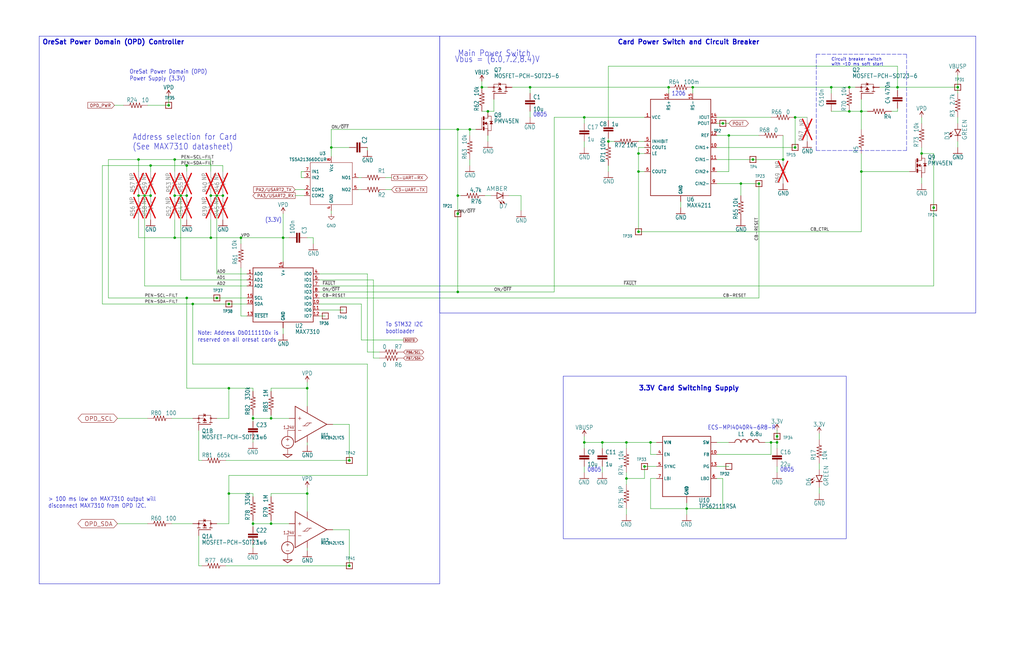
<source format=kicad_sch>
(kicad_sch (version 20230121) (generator eeschema)
  (paper "USLedger")
  (title_block (title "OreSat M0 Proto Card: Power") (date "2024-03-21") (rev "5.0"))
  (junction (at 358.14 46.99))
  (junction (at 96.52 163.83))
  (junction (at 325.12 186.69))
  (junction (at 106.68 220.98))
  (junction (at 76.2 82.55))
  (junction (at 327.66 184.15))
  (junction (at 71.12 44.45))
  (junction (at 269.24 64.77))
  (junction (at 274.32 186.69))
  (junction (at 147.32 194.31))
  (junction (at 281.94 36.83))
  (junction (at 358.14 36.83))
  (junction (at 393.7 87.63))
  (junction (at 91.44 125.73))
  (junction (at 388.62 64.77))
  (junction (at 246.38 186.69))
  (junction (at 78.74 69.85))
  (junction (at 193.04 54.61))
  (junction (at 327.66 186.69))
  (junction (at 73.66 82.55))
  (junction (at 198.12 54.61))
  (junction (at 335.28 62.23))
  (junction (at 256.54 59.69))
  (junction (at 205.74 46.99))
  (junction (at 63.5 69.85))
  (junction (at 114.3 220.98))
  (junction (at 403.86 36.83))
  (junction (at 73.66 67.31))
  (junction (at 139.7 62.23))
  (junction (at 317.5 67.31))
  (junction (at 378.46 36.83))
  (junction (at 246.38 49.53))
  (junction (at 269.24 97.79))
  (junction (at 63.5 82.55))
  (junction (at 271.78 196.85))
  (junction (at 350.52 36.83))
  (junction (at 58.42 82.55))
  (junction (at 119.38 100.33))
  (junction (at 58.42 67.31))
  (junction (at 264.16 186.69))
  (junction (at 203.2 36.83))
  (junction (at 73.66 100.33))
  (junction (at 269.24 72.39))
  (junction (at 330.2 67.31))
  (junction (at 254 186.69))
  (junction (at 193.04 90.17))
  (junction (at 307.34 57.15))
  (junction (at 106.68 176.53))
  (junction (at 88.9 82.55))
  (junction (at 363.22 72.39))
  (junction (at 312.42 77.47))
  (junction (at 320.04 77.47))
  (junction (at 289.56 214.63))
  (junction (at 304.8 52.07))
  (junction (at 91.44 82.55))
  (junction (at 93.98 82.55))
  (junction (at 114.3 176.53))
  (junction (at 96.52 128.27))
  (junction (at 223.52 36.83))
  (junction (at 81.28 128.27))
  (junction (at 193.04 82.55))
  (junction (at 88.9 100.33))
  (junction (at 78.74 125.73))
  (junction (at 78.74 82.55))
  (junction (at 60.96 82.55))
  (junction (at 101.6 100.33))
  (junction (at 129.54 163.83))
  (junction (at 335.28 49.53))
  (junction (at 96.52 208.28))
  (junction (at 129.54 208.28))
  (junction (at 363.22 46.99))
  (junction (at 147.32 238.76))
  (junction (at 193.04 123.19))
  (junction (at 264.16 201.93))
  (junction (at 292.1 36.83))
  (wire (pts (xy 88.9 100.33) (xy 88.9 92.71)) (stroke (width 0.1524)))
  (wire (pts (xy 254 199.39) (xy 254 196.85)) (stroke (width 0.1524)))
  (wire (pts (xy 73.66 67.31) (xy 88.9 67.31)) (stroke (width 0.1524)))
  (wire (pts (xy 58.42 67.31) (xy 73.66 67.31)) (stroke (width 0.1524)))
  (wire (pts (xy 60.96 120.65) (xy 60.96 82.55)) (stroke (width 0.1524)))
  (wire (pts (xy 223.52 36.83) (xy 281.94 36.83)) (stroke (width 0.1524)))
  (wire (pts (xy 157.48 151.13) (xy 160.02 151.13)) (stroke (width 0.1524)))
  (wire (pts (xy 256.54 58.42) (xy 256.54 59.69)) (stroke (width 0.1524)))
  (wire (pts (xy 256.54 27.94) (xy 378.46 27.94)) (stroke (width 0.1524)))
  (wire (pts (xy 393.7 64.77) (xy 393.7 87.63)) (stroke (width 0.1524)))
  (wire (pts (xy 378.46 36.83) (xy 403.86 36.83)) (stroke (width 0.1524)))
  (wire (pts (xy 96.52 163.83) (xy 96.52 176.53)) (stroke (width 0.1524)))
  (wire (pts (xy 302.26 52.07) (xy 304.8 52.07)) (stroke (width 0.1524)))
  (wire (pts (xy 393.7 120.65) (xy 134.62 120.65)) (stroke (width 0.1524)))
  (wire (pts (xy 307.34 57.15) (xy 320.04 57.15)) (stroke (width 0.1524)))
  (wire (pts (xy 320.04 77.47) (xy 312.42 77.47)) (stroke (width 0.1524)))
  (wire (pts (xy 302.26 57.15) (xy 307.34 57.15)) (stroke (width 0.1524)))
  (wire (pts (xy 58.42 100.33) (xy 73.66 100.33)) (stroke (width 0.1524)))
  (wire (pts (xy 193.04 54.61) (xy 193.04 82.55)) (stroke (width 0.1524)))
  (wire (pts (xy 325.12 191.77) (xy 325.12 186.69)) (stroke (width 0.1524)))
  (wire (pts (xy 71.12 44.45) (xy 71.12 40.64)) (stroke (width 0.1524)))
  (wire (pts (xy 147.32 223.52) (xy 147.32 238.76)) (stroke (width 0.1524)))
  (wire (pts (xy 95.25 238.76) (xy 147.32 238.76)) (stroke (width 0.1524)))
  (wire (pts (xy 327.66 199.39) (xy 327.66 196.85)) (stroke (width 0.1524)))
  (wire (pts (xy 106.68 165.1) (xy 106.68 163.83)) (stroke (width 0.1524)))
  (wire (pts (xy 106.68 176.53) (xy 106.68 175.26)) (stroke (width 0.1524)))
  (wire (pts (xy 129.54 208.28) (xy 114.3 208.28)) (stroke (width 0.1524)))
  (wire (pts (xy 208.28 46.99) (xy 208.28 41.91)) (stroke (width 0.1524)))
  (wire (pts (xy 134.62 118.11) (xy 157.48 118.11)) (stroke (width 0.1524)))
  (wire (pts (xy 269.24 97.79) (xy 269.24 72.39)) (stroke (width 0.1524)))
  (wire (pts (xy 393.7 87.63) (xy 393.7 120.65)) (stroke (width 0.1524)))
  (wire (pts (xy 287.02 87.63) (xy 287.02 85.09)) (stroke (width 0.1524)))
  (wire (pts (xy 363.22 46.99) (xy 365.76 46.99)))
  (wire (pts (xy 134.62 123.19) (xy 193.04 123.19)) (stroke (width 0.1524)))
  (wire (pts (xy 246.38 189.23) (xy 246.38 186.69)) (stroke (width 0.1524)))
  (wire (pts (xy 96.52 176.53) (xy 91.44 176.53)) (stroke (width 0.1524)))
  (wire (pts (xy 81.28 153.67) (xy 81.28 128.27)) (stroke (width 0.1524)))
  (wire (pts (xy 58.42 100.33) (xy 58.42 92.71)) (stroke (width 0.1524)))
  (wire (pts (xy 358.14 36.83) (xy 360.68 36.83)) (stroke (width 0.1524)))
  (wire (pts (xy 106.68 208.28) (xy 96.52 208.28)) (stroke (width 0.1524)))
  (wire (pts (xy 269.24 64.77) (xy 271.78 64.77)) (stroke (width 0.1524)))
  (wire (pts (xy 320.04 125.73) (xy 320.04 77.47)) (stroke (width 0.1524)))
  (wire (pts (xy 363.22 46.99) (xy 363.22 41.91)) (stroke (width 0.1524)))
  (wire (pts (xy 88.9 100.33) (xy 101.6 100.33)) (stroke (width 0.1524)))
  (wire (pts (xy 119.38 100.33) (xy 119.38 90.17)) (stroke (width 0.1524)))
  (wire (pts (xy 157.48 118.11) (xy 157.48 151.13)) (stroke (width 0.1524)))
  (wire (pts (xy 304.8 201.93) (xy 304.8 214.63)) (stroke (width 0.1524)))
  (wire (pts (xy 58.42 72.39) (xy 58.42 67.31)) (stroke (width 0.1524)))
  (wire (pts (xy 198.12 67.31) (xy 198.12 69.85)) (stroke (width 0.1524)))
  (wire (pts (xy 85.09 238.76) (xy 83.82 238.76)) (stroke (width 0.1524)))
  (wire (pts (xy 363.22 46.99) (xy 363.22 54.61)) (stroke (width 0.1524)))
  (wire (pts (xy 193.04 82.55) (xy 193.04 90.17)) (stroke (width 0.1524)))
  (wire (pts (xy 363.22 97.79) (xy 269.24 97.79)) (stroke (width 0.1524)))
  (wire (pts (xy 114.3 220.98) (xy 121.92 220.98)) (stroke (width 0.1524)))
  (wire (pts (xy 96.52 220.98) (xy 91.44 220.98)) (stroke (width 0.1524)))
  (wire (pts (xy 45.72 125.73) (xy 78.74 125.73)) (stroke (width 0.1524)))
  (wire (pts (xy 106.68 163.83) (xy 96.52 163.83)) (stroke (width 0.1524)))
  (wire (pts (xy 289.56 217.17) (xy 289.56 214.63)) (stroke (width 0.1524)))
  (wire (pts (xy 104.14 115.57) (xy 91.44 115.57)) (stroke (width 0.1524)))
  (wire (pts (xy 302.26 191.77) (xy 325.12 191.77)) (stroke (width 0.1524)))
  (wire (pts (xy 106.68 220.98) (xy 106.68 219.71)) (stroke (width 0.1524)))
  (wire (pts (xy 194.31 82.55) (xy 193.04 82.55)) (stroke (width 0.1524)))
  (wire (pts (xy 302.26 49.53) (xy 325.12 49.53)) (stroke (width 0.1524)))
  (wire (pts (xy 274.32 201.93) (xy 276.86 201.93)) (stroke (width 0.1524)))
  (wire (pts (xy 223.52 39.37) (xy 223.52 36.83)) (stroke (width 0.1524)))
  (wire (pts (xy 254 189.23) (xy 254 186.69)) (stroke (width 0.1524)))
  (wire (pts (xy 345.44 182.88) (xy 345.44 185.42)) (stroke (width 0.1524)))
  (wire (pts (xy 139.7 62.23) (xy 147.32 62.23)))
  (wire (pts (xy 76.2 118.11) (xy 76.2 82.55)) (stroke (width 0.1524)))
  (wire (pts (xy 104.14 120.65) (xy 60.96 120.65)) (stroke (width 0.1524)))
  (wire (pts (xy 276.86 186.69) (xy 274.32 186.69)) (stroke (width 0.1524)))
  (wire (pts (xy 246.38 196.85) (xy 246.38 199.39)) (stroke (width 0.1524)))
  (wire (pts (xy 312.42 82.55) (xy 312.42 77.47)) (stroke (width 0.1524)))
  (wire (pts (xy 204.47 82.55) (xy 207.01 82.55)) (stroke (width 0.1524)))
  (wire (pts (xy 78.74 125.73) (xy 91.44 125.73)) (stroke (width 0.1524)))
  (wire (pts (xy 223.52 46.99) (xy 223.52 49.53)) (stroke (width 0.1524)))
  (wire (pts (xy 96.52 208.28) (xy 96.52 220.98)) (stroke (width 0.1524)))
  (wire (pts (xy 91.44 82.55) (xy 88.9 82.55)) (stroke (width 0.1524)))
  (wire (pts (xy 119.38 140.97) (xy 119.38 138.43)) (stroke (width 0.1524)))
  (wire (pts (xy 134.62 125.73) (xy 320.04 125.73)) (stroke (width 0.1524)))
  (wire (pts (xy 81.28 220.98) (xy 72.39 220.98)) (stroke (width 0.1524)))
  (wire (pts (xy 83.82 194.31) (xy 83.82 181.61)) (stroke (width 0.1524)))
  (wire (pts (xy 274.32 186.69) (xy 264.16 186.69)) (stroke (width 0.1524)))
  (wire (pts (xy 139.7 54.61) (xy 139.7 62.23)))
  (wire (pts (xy 335.28 62.23) (xy 335.28 49.53)) (stroke (width 0.1524)))
  (wire (pts (xy 78.74 163.83) (xy 78.74 125.73)) (stroke (width 0.1524)))
  (wire (pts (xy 289.56 214.63) (xy 289.56 212.09)) (stroke (width 0.1524)))
  (wire (pts (xy 256.54 72.39) (xy 256.54 69.85)) (stroke (width 0.1524)))
  (wire (pts (xy 96.52 163.83) (xy 78.74 163.83)) (stroke (width 0.1524)))
  (wire (pts (xy 271.78 62.23) (xy 269.24 62.23)) (stroke (width 0.1524)))
  (wire (pts (xy 95.25 194.31) (xy 147.32 194.31)) (stroke (width 0.1524)))
  (wire (pts (xy 264.16 189.23) (xy 264.16 186.69)) (stroke (width 0.1524)))
  (wire (pts (xy 335.28 49.53) (xy 340.36 49.53)) (stroke (width 0.1524)))
  (wire (pts (xy 129.54 163.83) (xy 129.54 161.29)) (stroke (width 0.1524)))
  (wire (pts (xy 129.54 208.28) (xy 129.54 205.74)) (stroke (width 0.1524)))
  (wire (pts (xy 330.2 67.31) (xy 330.2 57.15)) (stroke (width 0.1524)))
  (wire (pts (xy 281.94 36.83) (xy 281.94 39.37)) (stroke (width 0.1524)))
  (wire (pts (xy 203.2 34.29) (xy 203.2 36.83)) (stroke (width 0.1524)))
  (wire (pts (xy 78.74 69.85) (xy 93.98 69.85)) (stroke (width 0.1524)))
  (wire (pts (xy 256.54 50.8) (xy 256.54 27.94)) (stroke (width 0.1524)))
  (wire (pts (xy 302.26 201.93) (xy 304.8 201.93)) (stroke (width 0.1524)))
  (wire (pts (xy 403.86 59.69) (xy 403.86 62.23)) (stroke (width 0.1524)))
  (wire (pts (xy 233.68 49.53) (xy 246.38 49.53)) (stroke (width 0.1524)))
  (wire (pts (xy 271.78 201.93) (xy 264.16 201.93)) (stroke (width 0.1524)))
  (wire (pts (xy 129.54 100.33) (xy 132.08 100.33)) (stroke (width 0.1524)))
  (wire (pts (xy 233.68 123.19) (xy 233.68 49.53)) (stroke (width 0.1524)))
  (wire (pts (xy 193.04 90.17) (xy 193.04 123.19)) (stroke (width 0.1524)))
  (wire (pts (xy 246.38 186.69) (xy 254 186.69)) (stroke (width 0.1524)))
  (wire (pts (xy 93.98 69.85) (xy 93.98 72.39)) (stroke (width 0.1524)))
  (wire (pts (xy 378.46 46.99) (xy 375.92 46.99)))
  (wire (pts (xy 114.3 165.1) (xy 114.3 163.83)) (stroke (width 0.1524)))
  (wire (pts (xy 104.14 133.35) (xy 101.6 133.35)) (stroke (width 0.1524)))
  (wire (pts (xy 350.52 46.99) (xy 358.14 46.99)))
  (wire (pts (xy 106.68 220.98) (xy 114.3 220.98)) (stroke (width 0.1524)))
  (wire (pts (xy 317.5 67.31) (xy 330.2 67.31)) (stroke (width 0.1524)))
  (wire (pts (xy 129.54 171.45) (xy 129.54 163.83)) (stroke (width 0.1524)))
  (wire (pts (xy 304.8 52.07) (xy 307.34 52.07)) (stroke (width 0.1524)))
  (wire (pts (xy 345.44 205.74) (xy 345.44 208.28)) (stroke (width 0.1524)))
  (wire (pts (xy 154.94 115.57) (xy 134.62 115.57)) (stroke (width 0.1524)))
  (wire (pts (xy 363.22 64.77) (xy 363.22 72.39)) (stroke (width 0.1524)))
  (wire (pts (xy 317.5 67.31) (xy 302.26 67.31)) (stroke (width 0.1524)))
  (wire (pts (xy 45.72 67.31) (xy 58.42 67.31)) (stroke (width 0.1524)))
  (polyline (pts (xy 344.17 22.86) (xy 382.27 22.86)) (stroke (width 0) (type dash)))
  (wire (pts (xy 154.94 153.67) (xy 81.28 153.67)) (stroke (width 0.1524)))
  (wire (pts (xy 76.2 82.55) (xy 73.66 82.55)) (stroke (width 0.1524)))
  (wire (pts (xy 62.23 220.98) (xy 49.53 220.98)) (stroke (width 0.1524)))
  (wire (pts (xy 43.18 69.85) (xy 63.5 69.85)) (stroke (width 0.1524)))
  (wire (pts (xy 152.4 128.27) (xy 152.4 143.51)) (stroke (width 0.1524)))
  (polyline (pts (xy 344.17 22.86) (xy 344.17 63.5)) (stroke (width 0) (type dash)))
  (wire (pts (xy 52.07 44.45) (xy 48.26 44.45)) (stroke (width 0.1524)))
  (wire (pts (xy 403.86 36.83) (xy 403.86 39.37)) (stroke (width 0.1524)))
  (wire (pts (xy 325.12 186.69) (xy 327.66 186.69)) (stroke (width 0.1524)))
  (wire (pts (xy 198.12 54.61) (xy 193.04 54.61)) (stroke (width 0.1524)))
  (polyline (pts (xy 382.27 63.5) (xy 382.27 22.86)) (stroke (width 0) (type dash)))
  (wire (pts (xy 350.52 36.83) (xy 350.52 39.37)))
  (wire (pts (xy 101.6 100.33) (xy 119.38 100.33)) (stroke (width 0.1524)))
  (wire (pts (xy 264.16 204.47) (xy 264.16 201.93)) (stroke (width 0.1524)))
  (wire (pts (xy 198.12 57.15) (xy 198.12 54.61)) (stroke (width 0.1524)))
  (wire (pts (xy 114.3 176.53) (xy 121.92 176.53)) (stroke (width 0.1524)))
  (wire (pts (xy 96.52 128.27) (xy 81.28 128.27)) (stroke (width 0.1524)))
  (wire (pts (xy 219.71 82.55) (xy 219.71 88.9)) (stroke (width 0.1524)))
  (wire (pts (xy 264.16 217.17) (xy 264.16 214.63)) (stroke (width 0.1524)))
  (wire (pts (xy 154.94 115.57) (xy 154.94 148.59)) (stroke (width 0.1524)))
  (wire (pts (xy 269.24 64.77) (xy 269.24 72.39)) (stroke (width 0.1524)))
  (wire (pts (xy 378.46 45.72) (xy 378.46 46.99)))
  (wire (pts (xy 106.68 176.53) (xy 114.3 176.53)) (stroke (width 0.1524)))
  (wire (pts (xy 271.78 59.69) (xy 269.24 59.69)) (stroke (width 0.1524)))
  (wire (pts (xy 370.84 36.83) (xy 378.46 36.83)) (stroke (width 0.1524)))
  (wire (pts (xy 104.14 118.11) (xy 76.2 118.11)) (stroke (width 0.1524)))
  (wire (pts (xy 269.24 62.23) (xy 269.24 64.77)) (stroke (width 0.1524)))
  (wire (pts (xy 152.4 143.51) (xy 170.18 143.51)) (stroke (width 0.1524)))
  (wire (pts (xy 106.68 220.98) (xy 106.68 222.25)) (stroke (width 0.1524)))
  (wire (pts (xy 88.9 72.39) (xy 88.9 67.31)) (stroke (width 0.1524)))
  (wire (pts (xy 128.27 74.93) (xy 127 74.93)))
  (wire (pts (xy 302.26 196.85) (xy 307.34 196.85)) (stroke (width 0.1524)))
  (wire (pts (xy 152.4 80.01) (xy 151.13 80.01)))
  (wire (pts (xy 271.78 196.85) (xy 271.78 201.93)) (stroke (width 0.1524)))
  (wire (pts (xy 124.46 82.55) (xy 128.27 82.55)))
  (wire (pts (xy 93.98 82.55) (xy 91.44 82.55)) (stroke (width 0.1524)))
  (wire (pts (xy 264.16 186.69) (xy 254 186.69)) (stroke (width 0.1524)))
  (wire (pts (xy 83.82 238.76) (xy 83.82 226.06)) (stroke (width 0.1524)))
  (wire (pts (xy 246.38 52.07) (xy 246.38 49.53)) (stroke (width 0.1524)))
  (wire (pts (xy 127 74.93) (xy 127 72.39)))
  (wire (pts (xy 327.66 181.61) (xy 327.66 184.15)) (stroke (width 0.1524)))
  (wire (pts (xy 106.68 186.69) (xy 106.68 185.42)) (stroke (width 0.1524)))
  (wire (pts (xy 129.54 208.28) (xy 129.54 215.9)) (stroke (width 0.1524)))
  (wire (pts (xy 85.09 194.31) (xy 83.82 194.31)) (stroke (width 0.1524)))
  (wire (pts (xy 73.66 100.33) (xy 73.66 92.71)) (stroke (width 0.1524)))
  (wire (pts (xy 81.28 176.53) (xy 72.39 176.53)) (stroke (width 0.1524)))
  (wire (pts (xy 274.32 201.93) (xy 274.32 214.63)) (stroke (width 0.1524)))
  (wire (pts (xy 312.42 77.47) (xy 302.26 77.47)) (stroke (width 0.1524)))
  (wire (pts (xy 45.72 125.73) (xy 45.72 67.31)) (stroke (width 0.1524)))
  (wire (pts (xy 91.44 125.73) (xy 104.14 125.73)) (stroke (width 0.1524)))
  (wire (pts (xy 78.74 82.55) (xy 76.2 82.55)) (stroke (width 0.1524)))
  (wire (pts (xy 274.32 214.63) (xy 289.56 214.63)) (stroke (width 0.1524)))
  (wire (pts (xy 302.26 62.23) (xy 335.28 62.23)) (stroke (width 0.1524)))
  (wire (pts (xy 78.74 72.39) (xy 78.74 69.85)) (stroke (width 0.1524)))
  (wire (pts (xy 304.8 214.63) (xy 289.56 214.63)) (stroke (width 0.1524)))
  (wire (pts (xy 198.12 54.61) (xy 200.66 54.61)) (stroke (width 0.1524)))
  (wire (pts (xy 119.38 110.49) (xy 119.38 100.33)) (stroke (width 0.1524)))
  (wire (pts (xy 205.74 46.99) (xy 208.28 46.99)) (stroke (width 0.1524)))
  (wire (pts (xy 63.5 82.55) (xy 60.96 82.55)) (stroke (width 0.1524)))
  (wire (pts (xy 139.7 54.61) (xy 193.04 54.61)) (stroke (width 0.1524)))
  (wire (pts (xy 246.38 62.23) (xy 246.38 59.69)) (stroke (width 0.1524)))
  (wire (pts (xy 124.46 80.01) (xy 128.27 80.01)))
  (wire (pts (xy 327.66 186.69) (xy 327.66 184.15)) (stroke (width 0.1524)))
  (wire (pts (xy 154.94 148.59) (xy 160.02 148.59)) (stroke (width 0.1524)))
  (wire (pts (xy 274.32 191.77) (xy 276.86 191.77)) (stroke (width 0.1524)))
  (wire (pts (xy 81.28 128.27) (xy 43.18 128.27)) (stroke (width 0.1524)))
  (wire (pts (xy 307.34 72.39) (xy 307.34 57.15)) (stroke (width 0.1524)))
  (wire (pts (xy 264.16 201.93) (xy 264.16 199.39)) (stroke (width 0.1524)))
  (wire (pts (xy 73.66 72.39) (xy 73.66 67.31)) (stroke (width 0.1524)))
  (wire (pts (xy 165.1 80.01) (xy 162.56 80.01)))
  (wire (pts (xy 96.52 200.66) (xy 154.94 200.66)) (stroke (width 0.1524)))
  (wire (pts (xy 106.68 231.14) (xy 106.68 229.87)) (stroke (width 0.1524)))
  (wire (pts (xy 383.54 72.39) (xy 363.22 72.39)) (stroke (width 0.1524)))
  (wire (pts (xy 62.23 176.53) (xy 49.53 176.53)) (stroke (width 0.1524)))
  (wire (pts (xy 363.22 72.39) (xy 363.22 97.79)) (stroke (width 0.1524)))
  (wire (pts (xy 246.38 49.53) (xy 271.78 49.53)) (stroke (width 0.1524)))
  (wire (pts (xy 134.62 128.27) (xy 152.4 128.27)) (stroke (width 0.1524)))
  (wire (pts (xy 302.26 186.69) (xy 307.34 186.69)) (stroke (width 0.1524)))
  (wire (pts (xy 129.54 232.41) (xy 129.54 231.14)) (stroke (width 0.1524)))
  (wire (pts (xy 345.44 195.58) (xy 345.44 198.12)) (stroke (width 0.1524)))
  (wire (pts (xy 350.52 36.83) (xy 358.14 36.83)) (stroke (width 0.1524)))
  (wire (pts (xy 358.14 46.99) (xy 363.22 46.99)) (stroke (width 0.1524)))
  (wire (pts (xy 388.62 74.93) (xy 388.62 77.47)) (stroke (width 0.1524)))
  (wire (pts (xy 114.3 209.55) (xy 114.3 208.28)) (stroke (width 0.1524)))
  (wire (pts (xy 101.6 113.03) (xy 101.6 133.35)) (stroke (width 0.1524)))
  (wire (pts (xy 269.24 72.39) (xy 271.78 72.39)) (stroke (width 0.1524)))
  (wire (pts (xy 403.86 31.75) (xy 403.86 36.83)) (stroke (width 0.1524)))
  (wire (pts (xy 96.52 208.28) (xy 96.52 200.66)) (stroke (width 0.1524)))
  (wire (pts (xy 378.46 27.94) (xy 378.46 36.83)) (stroke (width 0.1524)))
  (wire (pts (xy 403.86 49.53) (xy 403.86 52.07)) (stroke (width 0.1524)))
  (wire (pts (xy 274.32 191.77) (xy 274.32 186.69)) (stroke (width 0.1524)))
  (wire (pts (xy 215.9 36.83) (xy 223.52 36.83)) (stroke (width 0.1524)))
  (wire (pts (xy 165.1 74.93) (xy 162.56 74.93)))
  (wire (pts (xy 147.32 179.07) (xy 147.32 194.31)) (stroke (width 0.1524)))
  (wire (pts (xy 203.2 46.99) (xy 205.74 46.99)) (stroke (width 0.1524)))
  (wire (pts (xy 205.74 57.15) (xy 205.74 59.69)) (stroke (width 0.1524)))
  (wire (pts (xy 292.1 39.37) (xy 292.1 36.83)) (stroke (width 0.1524)))
  (wire (pts (xy 63.5 69.85) (xy 78.74 69.85)) (stroke (width 0.1524)))
  (wire (pts (xy 378.46 36.83) (xy 378.46 38.1)))
  (wire (pts (xy 60.96 82.55) (xy 58.42 82.55)) (stroke (width 0.1524)))
  (wire (pts (xy 246.38 186.69) (xy 246.38 184.15)) (stroke (width 0.1524)))
  (wire (pts (xy 62.23 44.45) (xy 71.12 44.45)) (stroke (width 0.1524)))
  (wire (pts (xy 106.68 177.8) (xy 106.68 176.53)) (stroke (width 0.1524)))
  (wire (pts (xy 152.4 74.93) (xy 151.13 74.93)))
  (wire (pts (xy 119.38 100.33) (xy 121.92 100.33)) (stroke (width 0.1524)))
  (wire (pts (xy 104.14 128.27) (xy 96.52 128.27)) (stroke (width 0.1524)))
  (wire (pts (xy 139.7 62.23) (xy 139.7 66.04)))
  (wire (pts (xy 256.54 59.69) (xy 259.08 59.69)) (stroke (width 0.1524)))
  (wire (pts (xy 327.66 189.23) (xy 327.66 186.69)) (stroke (width 0.1524)))
  (wire (pts (xy 140.335 179.07) (xy 147.32 179.07)) (stroke (width 0.1524)))
  (wire (pts (xy 129.54 187.96) (xy 129.54 186.69)) (stroke (width 0.1524)))
  (wire (pts (xy 139.7 88.9) (xy 139.7 90.17)))
  (wire (pts (xy 101.6 102.87) (xy 101.6 100.33)) (stroke (width 0.1524)))
  (wire (pts (xy 91.44 115.57) (xy 91.44 82.55)) (stroke (width 0.1524)))
  (wire (pts (xy 132.08 100.33) (xy 132.08 102.87)) (stroke (width 0.1524)))
  (wire (pts (xy 129.54 163.83) (xy 114.3 163.83)) (stroke (width 0.1524)))
  (wire (pts (xy 203.2 36.83) (xy 205.74 36.83)) (stroke (width 0.1524)))
  (wire (pts (xy 63.5 72.39) (xy 63.5 69.85)) (stroke (width 0.1524)))
  (wire (pts (xy 388.62 49.53) (xy 388.62 52.07)) (stroke (width 0.1524)))
  (wire (pts (xy 325.12 186.69) (xy 322.58 186.69)) (stroke (width 0.1524)))
  (wire (pts (xy 388.62 64.77) (xy 393.7 64.77)) (stroke (width 0.1524)))
  (wire (pts (xy 388.62 62.23) (xy 388.62 64.77)) (stroke (width 0.1524)))
  (wire (pts (xy 134.62 130.81) (xy 144.78 130.81)) (stroke (width 0.1524)))
  (wire (pts (xy 106.68 209.55) (xy 106.68 208.28)) (stroke (width 0.1524)))
  (wire (pts (xy 140.335 223.52) (xy 147.32 223.52)) (stroke (width 0.1524)))
  (wire (pts (xy 137.16 133.35) (xy 134.62 133.35)) (stroke (width 0.1524)))
  (wire (pts (xy 292.1 36.83) (xy 350.52 36.83)) (stroke (width 0.1524)))
  (wire (pts (xy 271.78 196.85) (xy 276.86 196.85)) (stroke (width 0.1524)))
  (wire (pts (xy 127 72.39) (xy 128.27 72.39)))
  (wire (pts (xy 114.3 219.71) (xy 114.3 220.98)) (stroke (width 0.1524)))
  (wire (pts (xy 154.94 200.66) (xy 154.94 153.67)) (stroke (width 0.1524)))
  (wire (pts (xy 73.66 100.33) (xy 88.9 100.33)) (stroke (width 0.1524)))
  (wire (pts (xy 43.18 128.27) (xy 43.18 69.85)) (stroke (width 0.1524)))
  (wire (pts (xy 114.3 175.26) (xy 114.3 176.53)) (stroke (width 0.1524)))
  (wire (pts (xy 214.63 82.55) (xy 219.71 82.55)) (stroke (width 0.1524)))
  (polyline (pts (xy 344.17 63.5) (xy 382.27 63.5)) (stroke (width 0) (type dash)))
  (wire (pts (xy 302.26 72.39) (xy 307.34 72.39)) (stroke (width 0.1524)))
  (wire (pts (xy 193.04 123.19) (xy 233.68 123.19)) (stroke (width 0.1524)))
  (wire (pts (xy 154.94 62.23) (xy 154.94 63.5)))
  (rectangle (start 185.42 15.24) (end 411.48 132.08))
  (rectangle (start 237.49 158.75) (end 356.87 227.33))
  (rectangle (start 16.51 15.24) (end 185.42 246.38))
  (text "Card Power Switch and Circuit Breaker" (at 260.35 19.05 0) (effects (font (size 2 2) (thickness 0.4) bold) (justify left bottom)))
  (text "1206" (at 283.21 40.64 0) (effects (font (size 1.778 1.5113)) (justify left bottom)))
  (text "All caps are ceramic 10% X5R >= 16V V unless marked" (at 15.24 287.02 0) (effects (font (size 1.778 1.5113)) (justify left bottom)))
  (text "3.3V Card Switching Supply" (at 269.24 165.1 0) (effects (font (size 2 2) (thickness 0.4) bold) (justify left bottom)))
  (text "Note: Address 0b0111110x is\nreserved on all oresat cards" (at 83.312 144.526 0) (effects (font (size 1.778 1.5113)) (justify left bottom)))
  (text "> 100 ms low on MAX7310 output will\ndisconnect MAX7310 from OPD I2C." (at 20.32 214.63 0) (effects (font (size 1.778 1.5113)) (justify left bottom)))
  (text "All resistors 0603 +/- 1% unless marked" (at 15.24 284.48 0) (effects (font (size 1.778 1.5113)) (justify left bottom)))
  (text "OreSat Power Domain (OPD)\nPower Supply (3.3V)" (at 54.61 34.29 0) (effects (font (size 1.778 1.5113)) (justify left bottom)))
  (text "Vbus = (6.0,7.2,8.4)V" (at 191.77 26.67 0) (effects (font (size 2.54 2.159)) (justify left bottom)))
  (text "0805" (at 247.65 199.39 0) (effects (font (size 1.778 1.5113)) (justify left bottom)))
  (text "OreSat Power Domain (OPD) Controller" (at 17.78 19.05 0) (effects (font (size 2 2) (thickness 0.4) bold) (justify left bottom)))
  (text "To STM32 I2C\nbootloader" (at 162.56 140.97 0) (effects (font (size 1.778 1.5113)) (justify left bottom)))
  (text "0805" (at 224.79 49.53 0) (effects (font (size 1.778 1.5113)) (justify left bottom)))
  (text "ECS-MPI4040R4-6R8-R" (at 298.45 181.61 0) (effects (font (size 1.778 1.5113)) (justify left bottom)))
  (text "0805" (at 328.93 199.39 0) (effects (font (size 1.778 1.5113)) (justify left bottom)))
  (text "Address selection for Card\n(See MAX7310 datasheet)" (at 55.88 63.5 0) (effects (font (size 2.54 2.159)) (justify left bottom)))
  (text "Circuit breaker switch\nwith ~10 ms soft start" (at 350.52 27.94 0) (effects (font (size 1.27 1.27)) (justify left bottom)))
  (text "Main Power Switch" (at 193.04 24.13 0) (effects (font (size 2.54 2.159)) (justify left bottom)))
  (text "(3.3V)" (at 111.76 93.98 0) (effects (font (size 1.778 1.5113)) (justify left bottom)))
  (label "AD0" (at 91.44 115.57 0) (effects (font (size 1.2446 1.2446))))
  (label "ON/~{OFF}" (at 193.04 90.17 0) (effects (font (size 1.2446 1.2446))))
  (label "AD2" (at 91.44 120.65 0) (effects (font (size 1.2446 1.2446))))
  (label "CB-RESET" (at 320.04 101.6 90) (effects (font (size 1.2446 1.2446))))
  (label "~{FAULT}" (at 262.89 120.65 0) (effects (font (size 1.2446 1.2446))))
  (label "ON/~{OFF}" (at 208.28 123.19 0) (effects (font (size 1.2446 1.2446))))
  (label "ON/~{OFF}" (at 135.89 123.19 0) (effects (font (size 1.2446 1.2446))))
  (label "~{FAULT}" (at 135.89 120.65 0) (effects (font (size 1.2446 1.2446))))
  (label "CB-RESET" (at 135.89 125.73 0) (effects (font (size 1.2446 1.2446))))
  (label "PEN-SCL-FILT" (at 76.2 67.31 0) (effects (font (size 1.2446 1.2446))))
  (label "CB_CTRL" (at 341.63 97.79 0) (effects (font (size 1.2446 1.2446))))
  (label "CB-RESET" (at 304.8 125.73 0) (effects (font (size 1.2446 1.2446))))
  (label "PEN-SDA-FILT" (at 60.96 128.27 0) (effects (font (size 1.2446 1.2446))))
  (label "ON/~{OFF}" (at 139.7 54.61 0) (effects (font (size 1.2446 1.2446))))
  (label "VPD" (at 101.6 100.33 0) (effects (font (size 1.2446 1.2446))))
  (label "PEN-SCL-FILT" (at 60.96 125.73 0) (effects (font (size 1.2446 1.2446))))
  (label "PEN-SDA-FILT" (at 76.2 69.85 0) (effects (font (size 1.2446 1.2446))))
  (label "AD1" (at 91.44 118.11 0) (effects (font (size 1.2446 1.2446))))
  (global_label "OPD_SCL" (shape bidirectional) (at 49.53 176.53 180) (effects (font (size 1.778 1.778))) (property "Intersheetrefs" "${INTERSHEET_REFS}" (at 32.1112 176.53 0) (effects (justify right))))
  (global_label "OPD_SDA" (shape bidirectional) (at 49.53 220.98 180) (effects (font (size 1.778 1.778))) (property "Intersheetrefs" "${INTERSHEET_REFS}" (at 32.0265 220.98 0) (effects (justify right))))
  (global_label "OPD_PWR" (shape input) (at 48.26 44.45 180) (property "Intersheetrefs" "${INTERSHEET_REFS}" (at 36.4453 44.45 0) (effects (justify right))))
  (global_label "C3-UART-RX" (shape output) (at 165.1 74.93 0) (property "Intersheetrefs" "${INTERSHEET_REFS}" (at 180.7663 74.93 0) (effects (justify left))))
  (global_label "POUT" (shape bidirectional) (at 307.34 52.07 0) (effects (font (size 1.2446 1.2446))) (property "Intersheetrefs" "${INTERSHEET_REFS}" (at 316.1549 52.07 0) (effects (justify left))))
  (global_label "PB7/SDA" (shape bidirectional) (at 170.18 151.13 0) (effects (font (size 0.889 0.889))) (property "Intersheetrefs" "${INTERSHEET_REFS}" (at 179.1011 151.13 0) (effects (justify left))))
  (global_label "PA3{slash}USART2_RX" (shape output) (at 124.46 82.55 180) (property "Intersheetrefs" "${INTERSHEET_REFS}" (at 106.1328 82.55 0) (effects (justify right))))
  (global_label "PA2{slash}USART2_TX" (shape input) (at 124.46 80.01 180) (property "Intersheetrefs" "${INTERSHEET_REFS}" (at 106.4352 80.01 0) (effects (justify right))))
  (global_label "C3-UART-TX" (shape input) (at 165.1 80.01 0) (property "Intersheetrefs" "${INTERSHEET_REFS}" (at 180.4639 80.01 0) (effects (justify left))))
  (global_label "PB6/SCL" (shape bidirectional) (at 170.18 148.59 0) (effects (font (size 0.889 0.889))) (property "Intersheetrefs" "${INTERSHEET_REFS}" (at 179.0588 148.59 0) (effects (justify left))))
  (global_label "BOOT0" (shape output) (at 170.18 143.51 0) (effects (font (size 0.889 0.889))) (property "Intersheetrefs" "${INTERSHEET_REFS}" (at 176.5451 143.51 0) (effects (justify left))))
  (symbol (lib_id "oresat-proto-card-eagle-import:MIC842LYC5") (at 129.54 179.07 0) (unit 1)
    (property "Reference" "U11" (at 135.255 184.15 0) (effects (font (size 1.27 1.0795)) (justify left bottom)))
    (property "Value" "MIC842LYC5" (at 135.255 185.42 0) (effects (font (size 1.27 1.0795)) (justify left bottom)))
    (property "Footprint" "oresat-proto-card:SC70-5" (effects hide))
  )
  (symbol (lib_id "oresat-proto-card-eagle-import:C-EU0603-C-NOSILK") (at 152.4 62.23 270) (mirror x) (unit 1)
    (property "Reference" "C2" (at 152.781 60.706 0) (effects (font (size 1.778 1.5113)) (justify left bottom)))
    (property "Value" "100n" (at 147.701 60.706 0) (effects (font (size 1.778 1.5113)) (justify left bottom)))
    (property "Footprint" "oresat-passives:0603-C-NOSILK" (effects hide))
    (property "Value" "CL10B104KB8NNNL" (effects hide))
    (instances (project "oresat-proto-card" (path "" (reference "C2") (unit 1))) (project "oresat-adcs-card" (path "" (reference "C99") (unit 1))))
  )
  (symbol (lib_id "oresat-proto-card-eagle-import:R-US_0603-C-NOSILK") (at 90.17 194.31 180) (unit 1)
    (property "Reference" "R81" (at 85.09 193.04 0) (effects (font (size 1.778 1.5113)) (justify right top)))
    (property "Value" "665k" (at 91.44 193.04 0) (effects (font (size 1.778 1.5113)) (justify right top)))
    (property "Footprint" "oresat-passives:0603-C-NOSILK" (effects hide))
    (property "DIS" "Digi-Key" (effects hide))
    (property "DPN" "RNCP0603FTD10K0CT-ND  " (effects hide))
    (property "MFR" "Stackpole" (effects hide))
    (property "MPN" "RNCP0603FTD10K0" (effects hide))
  )
  (symbol (lib_id "oresat-proto-card-eagle-import:VPD") (at 119.38 90.17 0) (unit 1)
    (property "Reference" "#VPD07" (effects hide))
    (property "Value" "VPD" (at 119.38 87.376 0) (effects (font (size 1.778 1.5113)) (justify bottom)))
  )
  (symbol (lib_id "oresat-proto-card-eagle-import:C-EU0603-C-NOSILK") (at 106.68 180.34 0) (unit 1)
    (property "Reference" "C23" (at 107.95 180.34 0) (effects (font (size 1.778 1.5113)) (justify left bottom)))
    (property "Value" "1u" (at 107.95 185.42 0) (effects (font (size 1.778 1.5113)) (justify left bottom)))
    (property "Footprint" "oresat-passives:0603-C-NOSILK" (effects hide))
    (property "DIS" "Digi-Key" (effects hide))
    (property "DPN" "311-1444-1-ND" (effects hide))
    (property "MFR" "Yageo" (effects hide))
    (property "MPN" "CC0603KRX5R7BB105" (effects hide))
  )
  (symbol (lib_id "oresat-proto-card-eagle-import:C-EU0805-B-NOSILK") (at 223.52 41.91 0) (unit 1)
    (property "Reference" "C1" (at 224.79 41.91 0) (effects (font (size 1.778 1.5113)) (justify left bottom)))
    (property "Value" "10u" (at 224.79 46.99 0) (effects (font (size 1.778 1.5113)) (justify left bottom)))
    (property "Footprint" "oresat-passives:0805-B-NOSILK" (effects hide))
    (property "DIS" "Digi-Key" (effects hide))
    (property "DPN" "1276-6472-1-ND" (effects hide))
    (property "MFR" "Samsung" (effects hide))
    (property "MPN" "CL21B106KOQNNNG" (effects hide))
  )
  (symbol (lib_id "oresat-proto-card-eagle-import:TEST-POINT-LARGE-SQUARE") (at 335.28 62.23 0) (unit 1)
    (property "Reference" "TP15" (at 331.47 66.04 0) (effects (font (size 1.27 1.0795)) (justify left bottom)))
    (property "Value" "TEST-POINT-LARGE-SQUARE" (effects hide))
    (property "Footprint" "oresat-proto-card:1X01" (effects hide))
  )
  (symbol (lib_id "oresat-proto-card-eagle-import:GND") (at 154.94 66.04 0) (mirror y) (unit 1)
    (property "Reference" "#GND07" (effects hide))
    (property "Value" "GND" (at 157.48 68.58 0) (effects (font (size 1.778 1.5113)) (justify left bottom)))
    (instances (project "oresat-proto-card" (path "" (reference "#GND07") (unit 1))) (project "oresat-adcs-card" (path "" (reference "#GND015") (unit 1))))
  )
  (symbol (lib_id "oresat-proto-card-eagle-import:LED-GREEN0603") (at 403.86 54.61 0) (unit 1)
    (property "Reference" "D3" (at 400.431 59.182 90) (effects (font (size 1.778 1.778)) (justify left bottom)))
    (property "Value" "GREEN" (at 405.765 59.182 90) (effects (font (size 1.778 1.778)) (justify left top)))
    (property "Footprint" "oresat-proto-card:LED-0603" (effects hide))
    (property "DIS" "Digi-Key" (effects hide))
    (property "DPN" "511-1584-1-ND" (effects hide))
    (property "MFR" "Rohm" (effects hide))
    (property "MPN" "SML-E12M8WT86" (effects hide))
  )
  (symbol (lib_id "oresat-proto-card-eagle-import:GND") (at 132.08 105.41 0) (mirror y) (unit 1)
    (property "Reference" "#GND09" (effects hide))
    (property "Value" "GND" (at 134.62 107.95 0) (effects (font (size 1.778 1.5113)) (justify left bottom)))
  )
  (symbol (lib_id "oresat-proto-card-eagle-import:R-US_0603-C-NOSILK") (at 106.68 214.63 90) (unit 1)
    (property "Reference" "R78" (at 105.41 219.71 0) (effects (font (size 1.778 1.5113)) (justify left bottom)))
    (property "Value" "330k" (at 105.41 213.36 0) (effects (font (size 1.778 1.5113)) (justify left bottom)))
    (property "Footprint" "oresat-passives:0603-C-NOSILK" (effects hide))
    (property "DIS" "Digi-Key" (effects hide))
    (property "DPN" "A129718CT-ND" (effects hide))
    (property "MFR" "TE Connectivity" (effects hide))
    (property "MPN" "CRGCQ0603F330K" (effects hide))
  )
  (symbol (lib_id "oresat-proto-card-eagle-import:TEST-POINT-LARGE-SQUARE") (at 91.44 125.73 180) (unit 1)
    (property "Reference" "TP37" (at 93.98 121.92 0) (effects (font (size 1.27 1.0795)) (justify left bottom)))
    (property "Value" "TEST-POINT-LARGE-SQUARE" (effects hide))
    (property "Footprint" "oresat-proto-card:1X01" (effects hide))
  )
  (symbol (lib_id "oresat-proto-card-eagle-import:TEST-POINT-LARGE-SQUARE") (at 71.12 44.45 180) (unit 1)
    (property "Reference" "TP35" (at 73.66 40.64 0) (effects (font (size 1.27 1.0795)) (justify left bottom)))
    (property "Value" "TEST-POINT-LARGE-SQUARE" (effects hide))
    (property "Footprint" "oresat-proto-card:1X01" (effects hide))
  )
  (symbol (lib_id "oresat-proto-card-eagle-import:R-US_0603-C-NOSILK") (at 114.3 170.18 90) (unit 1)
    (property "Reference" "R83" (at 113.03 173.99 0) (effects (font (size 1.778 1.5113)) (justify left bottom)))
    (property "Value" "1M" (at 113.03 167.64 0) (effects (font (size 1.778 1.5113)) (justify left bottom)))
    (property "Footprint" "oresat-passives:0603-C-NOSILK" (effects hide))
    (property "DIS" "Digi-Key" (effects hide))
    (property "DPN" "311-1.00MHRCT-ND  " (effects hide))
    (property "MFR" "Yageo" (effects hide))
    (property "MPN" "RC0603FR-071ML" (effects hide))
  )
  (symbol (lib_id "oresat-proto-card-eagle-import:PMV45EN") (at 388.62 69.85 0) (unit 1)
    (property "Reference" "Q9" (at 391.16 67.31 0) (effects (font (size 1.778 1.5113)) (justify left bottom)))
    (property "Value" "PMV45EN" (at 391.16 69.85 0) (effects (font (size 1.778 1.5113)) (justify left bottom)))
    (property "Footprint" "oresat-proto-card:SOT23" (effects hide))
    (property "DIS" "Digi-Key" (effects hide))
    (property "DPN" "1727-2307-1-ND" (effects hide))
    (property "MFR" "Nexperia" (effects hide))
    (property "MPN" "PMV45EN2R" (effects hide))
  )
  (symbol (lib_id "oresat-proto-card-eagle-import:GND") (at 254 201.93 0) (unit 1)
    (property "Reference" "#GND068" (effects hide))
    (property "Value" "GND" (at 251.46 204.47 0) (effects (font (size 1.778 1.5113)) (justify left bottom)))
  )
  (symbol (lib_id "oresat-proto-card-eagle-import:GND") (at 205.74 62.23 0) (mirror y) (unit 1)
    (property "Reference" "#GND017" (effects hide))
    (property "Value" "GND" (at 208.28 64.77 0) (effects (font (size 1.778 1.5113)) (justify left bottom)))
  )
  (symbol (lib_id "oresat-proto-card-eagle-import:VBUSP") (at 403.86 31.75 0) (unit 1)
    (property "Reference" "#VBUSP04" (effects hide))
    (property "Value" "VBUSP" (at 403.86 28.956 0) (effects (font (size 1.778 1.5113)) (justify bottom)))
  )
  (symbol (lib_id "oresat-proto-card-eagle-import:R-US_0603-C-NOSILK") (at 388.62 57.15 90) (unit 1)
    (property "Reference" "R73" (at 387.35 62.23 0) (effects (font (size 1.778 1.5113)) (justify left bottom)))
    (property "Value" "10k" (at 387.35 55.88 0) (effects (font (size 1.778 1.5113)) (justify left bottom)))
    (property "Footprint" "oresat-passives:0603-C-NOSILK" (effects hide))
    (property "DIS" "Digi-Key" (effects hide))
    (property "DPN" "RNCP0603FTD10K0CT-ND  " (effects hide))
    (property "MFR" "Stackpole" (effects hide))
    (property "MPN" "RNCP0603FTD10K0" (effects hide))
  )
  (symbol (lib_id "oresat-proto-card-eagle-import:R-US_0603-C-NOSILK") (at 330.2 72.39 90) (unit 1) (dnp yes)
    (property "Reference" "R69" (at 328.93 77.47 0) (effects (font (size 1.778 1.5113)) (justify left bottom)))
    (property "Value" "NP" (at 328.93 71.12 0) (effects (font (size 1.778 1.5113)) (justify left bottom)))
    (property "Footprint" "oresat-passives:0603-C-NOSILK" (effects hide))
    (property "DIS" "Digi-Key" (effects hide))
    (property "DPN" "1276-4275-1-ND" (effects hide))
    (property "MFR" "Samsung" (effects hide))
    (property "MPN" "RC1005F6653CS" (effects hide))
  )
  (symbol (lib_id "oresat-proto-card-eagle-import:GND") (at 289.56 219.71 0) (unit 1)
    (property "Reference" "#GND067" (effects hide))
    (property "Value" "GND" (at 287.02 222.25 0) (effects (font (size 1.778 1.5113)) (justify left bottom)))
  )
  (symbol (lib_id "oresat-proto-card-eagle-import:R-US_0603-C-NOSILK") (at 78.74 77.47 90) (unit 1) (dnp yes)
    (property "Reference" "R55" (at 77.2414 81.28 0) (effects (font (size 1.778 1.5113)) (justify left bottom)))
    (property "Value" "NP" (at 76.962 76.2 0) (effects (font (size 1.778 1.5113)) (justify left bottom)))
    (property "Footprint" "oresat-passives:0603-C-NOSILK" (effects hide))
    (property "DIS" "Digi-Key" (effects hide))
    (property "DPN" "1276-4275-1-ND" (effects hide))
    (property "MFR" "Samsung" (effects hide))
    (property "MPN" "RC1005F6653CS" (effects hide))
  )
  (symbol (lib_id "oresat-proto-card-eagle-import:R-US_0603-C-NOSILK") (at 93.98 77.47 90) (unit 1) (dnp yes)
    (property "Reference" "R46" (at 92.4814 81.28 0) (effects (font (size 1.778 1.5113)) (justify left bottom)))
    (property "Value" "NP" (at 92.202 76.2 0) (effects (font (size 1.778 1.5113)) (justify left bottom)))
    (property "Footprint" "oresat-passives:0603-C-NOSILK" (effects hide))
    (property "DIS" "Digi-Key" (effects hide))
    (property "DPN" "1276-4275-1-ND" (effects hide))
    (property "MFR" "Samsung" (effects hide))
    (property "MPN" "RC1005F6653CS" (effects hide))
  )
  (symbol (lib_id "oresat-proto-card-eagle-import:GND") (at 340.36 62.23 0) (mirror y) (unit 1)
    (property "Reference" "#GND029" (effects hide))
    (property "Value" "GND" (at 342.9 64.77 0) (effects (font (size 1.778 1.5113)) (justify left bottom)))
  )
  (symbol (lib_id "oresat-proto-card-eagle-import:R-US_0603-C-NOSILK") (at 78.74 87.63 90) (unit 1) (dnp yes)
    (property "Reference" "R54" (at 77.2414 91.44 0) (effects (font (size 1.778 1.5113)) (justify left bottom)))
    (property "Value" "NP" (at 76.962 86.36 0) (effects (font (size 1.778 1.5113)) (justify left bottom)))
    (property "Footprint" "oresat-passives:0603-C-NOSILK" (effects hide))
    (property "DIS" "Digi-Key" (effects hide))
    (property "DPN" "1276-4275-1-ND" (effects hide))
    (property "MFR" "Samsung" (effects hide))
    (property "MPN" "RC1005F6653CS" (effects hide))
  )
  (symbol (lib_id "oresat-proto-card-eagle-import:GND") (at 223.52 52.07 0) (unit 1)
    (property "Reference" "#GND03" (effects hide))
    (property "Value" "GND" (at 220.98 54.61 0) (effects (font (size 1.778 1.5113)) (justify left bottom)))
  )
  (symbol (lib_id "oresat-proto-card-eagle-import:TPS6211X") (at 289.56 194.31 0) (unit 1)
    (property "Reference" "U10" (at 294.64 212.09 0) (effects (font (size 1.778 1.5113)) (justify left bottom)))
    (property "Value" "TPS62111RSA" (at 294.64 214.63 0) (effects (font (size 1.778 1.5113)) (justify left bottom)))
    (property "Footprint" "oresat-proto-card:S-PVQFN-16" (effects hide))
    (property "DIS" "Digi-Key" (effects hide))
    (property "DPN" "296-37681-2-ND" (effects hide))
    (property "MFR" "Texas Instruments" (effects hide))
    (property "MPN" "TPS62111RSA" (effects hide))
  )
  (symbol (lib_id "oresat-proto-card-eagle-import:R-US_0603-C-NOSILK") (at 363.22 59.69 90) (unit 1)
    (property "Reference" "R5" (at 361.95 64.77 0) (effects (font (size 1.778 1.5113)) (justify left bottom)))
    (property "Value" "10k" (at 361.95 58.42 0) (effects (font (size 1.778 1.5113)) (justify left bottom)))
    (property "Footprint" "oresat-passives:0603-C-NOSILK" (effects hide))
    (property "Value" "RC0603FR-0710KL" (effects hide))
    (instances (project "oresat-proto-card" (path "" (reference "R5") (unit 1))) (project "oresat-adcs-card" (path "" (reference "R136") (unit 1))))
  )
  (symbol (lib_id "oresat-proto-card-eagle-import:R-US_0603-C-NOSILK") (at 403.86 44.45 90) (unit 1)
    (property "Reference" "R3" (at 402.59 49.53 0) (effects (font (size 1.778 1.5113)) (justify left bottom)))
    (property "Value" "2.7k" (at 402.59 44.45 0) (effects (font (size 1.778 1.5113)) (justify left bottom)))
    (property "Footprint" "oresat-passives:0603-C-NOSILK" (effects hide))
    (property "DIS" "Digi-Key" (effects hide))
    (property "DPN" "P2.7KDBCT-ND" (effects hide))
    (property "MFR" "Panasonic" (effects hide))
    (property "MPN" "ERA-3AEB272V" (effects hide))
  )
  (symbol (lib_id "oresat-proto-card-eagle-import:TEST-POINT-LARGE-SQUARE") (at 271.78 196.85 0) (unit 1)
    (property "Reference" "TP33" (at 268.478 194.564 0) (effects (font (size 1.27 1.0795)) (justify left bottom)))
    (property "Value" "TEST-POINT-LARGE-SQUARE" (effects hide))
    (property "Footprint" "oresat-proto-card:1X01" (effects hide))
  )
  (symbol (lib_id "oresat-proto-card-eagle-import:GND") (at 388.62 80.01 0) (mirror y) (unit 1)
    (property "Reference" "#GND066" (effects hide))
    (property "Value" "GND" (at 391.16 82.55 0) (effects (font (size 1.778 1.5113)) (justify left bottom)))
  )
  (symbol (lib_id "oresat-proto-card-eagle-import:VPD") (at 71.12 40.64 0) (unit 1)
    (property "Reference" "#VPD06" (effects hide))
    (property "Value" "VPD" (at 71.12 37.846 0) (effects (font (size 1.778 1.5113)) (justify bottom)))
  )
  (symbol (lib_id "oresat-proto-card-eagle-import:GND") (at 327.66 201.93 0) (mirror y) (unit 1)
    (property "Reference" "#GND070" (effects hide))
    (property "Value" "GND" (at 330.2 204.47 0) (effects (font (size 1.778 1.5113)) (justify left bottom)))
  )
  (symbol (lib_id "oresat-proto-card-eagle-import:R-US_0603-C-NOSILK") (at 264.16 59.69 180) (unit 1)
    (property "Reference" "R72" (at 259.08 62.23 0) (effects (font (size 1.778 1.5113)) (justify right top)))
    (property "Value" "10K" (at 264.16 62.23 0) (effects (font (size 1.778 1.5113)) (justify right top)))
    (property "Footprint" "oresat-passives:0603-C-NOSILK" (effects hide))
    (property "DIS" "Digi-Key" (effects hide))
    (property "DPN" "1276-4275-1-ND" (effects hide))
    (property "MFR" "Samsung" (effects hide))
    (property "MPN" "RC1005F6653CS" (effects hide))
  )
  (symbol (lib_id "oresat-proto-card-eagle-import:TEST-POINT-LARGE-SQUARE") (at 304.8 52.07 0) (unit 1)
    (property "Reference" "TP2" (at 300.99 55.88 0) (effects (font (size 1.27 1.0795)) (justify left bottom)))
    (property "Value" "TEST-POINT-LARGE-SQUARE" (effects hide))
    (property "Footprint" "oresat-proto-card:1X01" (effects hide))
  )
  (symbol (lib_id "oresat-proto-card-eagle-import:LED-GREEN0603") (at 209.55 82.55 90) (unit 1)
    (property "Reference" "D7" (at 214.122 85.979 90) (effects (font (size 1.778 1.778)) (justify left bottom)))
    (property "Value" "AMBER" (at 214.122 80.645 90) (effects (font (size 1.778 1.778)) (justify left top)))
    (property "Footprint" "oresat-proto-card:LED-0603" (effects hide))
    (property "DIS" "Digi-Key" (effects hide))
    (property "DPN" "1830-1064-1-ND" (effects hide))
    (property "MFR" "Inolux" (effects hide))
    (property "MPN" "IN-S63AT5A" (effects hide))
  )
  (symbol (lib_id "oresat-proto-card-eagle-import:TEST-POINT-LARGE-SQUARE") (at 147.32 194.31 180) (unit 1)
    (property "Reference" "TP42" (at 149.86 190.5 0) (effects (font (size 1.27 1.0795)) (justify left bottom)))
    (property "Value" "TEST-POINT-LARGE-SQUARE" (effects hide))
    (property "Footprint" "oresat-proto-card:1X01" (effects hide))
  )
  (symbol (lib_id "oresat-proto-card-eagle-import:GND") (at 129.54 234.95 0) (mirror y) (unit 1)
    (property "Reference" "#GND075" (effects hide))
    (property "Value" "GND" (at 132.08 237.49 0) (effects (font (size 1.778 1.5113)) (justify left bottom)))
  )
  (symbol (lib_id "oresat-proto-card-eagle-import:VBUS") (at 203.2 31.75 0) (unit 1)
    (property "Reference" "#VBUS01" (effects hide))
    (property "Value" "VBUS" (at 203.2 31.496 0) (effects (font (size 1.778 1.5113)) (justify bottom)))
  )
  (symbol (lib_id "oresat-proto-card-eagle-import:R-US_0603-C-NOSILK") (at 325.12 57.15 180) (unit 1)
    (property "Reference" "R68" (at 320.04 55.88 0) (effects (font (size 1.778 1.5113)) (justify right top)))
    (property "Value" "0" (at 326.39 55.88 0) (effects (font (size 1.778 1.5113)) (justify right top)))
    (property "Footprint" "oresat-passives:0603-C-NOSILK" (effects hide))
    (property "DIS" "Digi-Key" (effects hide))
    (property "DPN" "311-0.0GRCT-ND" (effects hide))
    (property "MFR" "Yageo" (effects hide))
    (property "MPN" "RC0603JR-070RL" (effects hide))
  )
  (symbol (lib_id "oresat-proto-card-eagle-import:TEST-POINT-LARGE-SQUARE") (at 144.78 130.81 90) (unit 1)
    (property "Reference" "TP40" (at 142.24 134.62 90) (effects (font (size 1.27 1.0795)) (justify right top)))
    (property "Value" "TEST-POINT-LARGE-SQUARE" (effects hide))
    (property "Footprint" "oresat-proto-card:1X01" (effects hide))
  )
  (symbol (lib_id "oresat-proto-card-eagle-import:VPD") (at 129.54 161.29 0) (unit 1)
    (property "Reference" "#VPD010" (effects hide))
    (property "Value" "VPD" (at 129.54 158.496 0) (effects (font (size 1.778 1.5113)) (justify bottom)))
  )
  (symbol (lib_id "oresat-proto-card-eagle-import:R-US_0603-C-NOSILK") (at 93.98 87.63 90) (unit 1) (dnp yes)
    (property "Reference" "R45" (at 92.4814 91.44 0) (effects (font (size 1.778 1.5113)) (justify left bottom)))
    (property "Value" "NP" (at 92.202 86.36 0) (effects (font (size 1.778 1.5113)) (justify left bottom)))
    (property "Footprint" "oresat-passives:0603-C-NOSILK" (effects hide))
    (property "DIS" "Digi-Key" (effects hide))
    (property "DPN" "1276-4275-1-ND" (effects hide))
    (property "MFR" "Samsung" (effects hide))
    (property "MPN" "RC1005F6653CS" (effects hide))
  )
  (symbol (lib_id "oresat-proto-card-eagle-import:R-US_0603-C-NOSILK") (at 264.16 209.55 90) (unit 1)
    (property "Reference" "R75" (at 262.89 214.63 0) (effects (font (size 1.778 1.5113)) (justify left bottom)))
    (property "Value" "NP" (at 262.89 208.28 0) (effects (font (size 1.778 1.5113)) (justify left bottom)))
    (property "Footprint" "oresat-passives:0603-C-NOSILK" (effects hide))
    (property "DIS" "Digi-Key" (effects hide))
    (property "DPN" "1276-4275-1-ND" (effects hide))
    (property "MFR" "Samsung" (effects hide))
    (property "MPN" "RC1005F6653CS" (effects hide))
  )
  (symbol (lib_id "oresat-proto-card-eagle-import:C-EU0805-B-NOSILK") (at 246.38 191.77 0) (unit 1)
    (property "Reference" "C9" (at 247.65 191.77 0) (effects (font (size 1.778 1.5113)) (justify left bottom)))
    (property "Value" "10u" (at 247.65 196.85 0) (effects (font (size 1.778 1.5113)) (justify left bottom)))
    (property "Footprint" "oresat-passives:0805-B-NOSILK" (effects hide))
    (property "DIS" "Digi-Key" (effects hide))
    (property "DPN" "1276-6472-1-ND" (effects hide))
    (property "MFR" "Samsung" (effects hide))
    (property "MPN" "CL21B106KOQNNNG" (effects hide))
  )
  (symbol (lib_id "oresat-proto-card-eagle-import:R-US_0603-C-NOSILK") (at 106.68 170.18 90) (unit 1)
    (property "Reference" "R82" (at 105.41 175.26 0) (effects (font (size 1.778 1.5113)) (justify left bottom)))
    (property "Value" "330k" (at 105.41 168.91 0) (effects (font (size 1.778 1.5113)) (justify left bottom)))
    (property "Footprint" "oresat-passives:0603-C-NOSILK" (effects hide))
    (property "DIS" "Digi-Key" (effects hide))
    (property "DPN" "A129718CT-ND" (effects hide))
    (property "MFR" "TE Connectivity" (effects hide))
    (property "MPN" "CRGCQ0603F330K" (effects hide))
  )
  (symbol (lib_id "oresat-proto-card-eagle-import:GND") (at 403.86 64.77 0) (mirror y) (unit 1)
    (property "Reference" "#GND04" (effects hide))
    (property "Value" "GND" (at 406.4 67.31 0) (effects (font (size 1.778 1.5113)) (justify left bottom)))
  )
  (symbol (lib_id "oresat-proto-card-eagle-import:R-US_0603-C-NOSILK") (at 57.15 44.45 0) (unit 1)
    (property "Reference" "R24" (at 53.34 43.18 0) (effects (font (size 1.778 1.5113)) (justify left bottom)))
    (property "Value" "10" (at 59.69 43.18 0) (effects (font (size 1.778 1.5113)) (justify left bottom)))
    (property "Footprint" "oresat-passives:0603-C-NOSILK" (effects hide))
    (property "DIS" "Digi-Key" (effects hide))
    (property "DPN" "311-10.0HRCT-ND" (effects hide))
    (property "MFR" "Yageo" (effects hide))
    (property "MPN" "RC0603FR-0710RL" (effects hide))
  )
  (symbol (lib_id "oresat-proto-card-eagle-import:R-US_0603-C-NOSILK") (at 198.12 62.23 90) (unit 1)
    (property "Reference" "R63" (at 196.85 67.31 0) (effects (font (size 1.778 1.5113)) (justify left bottom)))
    (property "Value" "10k" (at 196.85 60.96 0) (effects (font (size 1.778 1.5113)) (justify left bottom)))
    (property "Footprint" "oresat-passives:0603-C-NOSILK" (effects hide))
    (property "DIS" "Digi-Key" (effects hide))
    (property "DPN" "RNCP0603FTD10K0CT-ND  " (effects hide))
    (property "MFR" "Stackpole" (effects hide))
    (property "MPN" "RNCP0603FTD10K0" (effects hide))
  )
  (symbol (lib_id "oresat-proto-card-eagle-import:R-US_0603-C-NOSILK") (at 165.1 151.13 180) (unit 1)
    (property "Reference" "R6" (at 166.37 154.94 0) (effects (font (size 1.778 1.5113)) (justify right top)))
    (property "Value" "0" (at 161.29 154.94 0) (effects (font (size 1.778 1.5113)) (justify right top)))
    (property "Footprint" "oresat-passives:0603-C-NOSILK" (effects hide))
    (property "DIS" "Digi-Key" (effects hide))
    (property "DPN" "311-0.0GRCT-ND" (effects hide))
    (property "MFR" "Yageo" (effects hide))
    (property "MPN" "RC0603JR-070RL" (effects hide))
  )
  (symbol (lib_id "oresat-proto-card-eagle-import:R-US_0603-C-NOSILK") (at 157.48 74.93 180) (unit 1)
    (property "Reference" "R1" (at 162.56 71.12 0) (effects (font (size 1.778 1.5113)) (justify left bottom)))
    (property "Value" "100" (at 156.21 71.12 0) (effects (font (size 1.778 1.5113)) (justify left bottom)))
    (property "Footprint" "oresat-passives:0603-C-NOSILK" (effects hide))
    (property "Value" "RC0603FR-0710KL" (effects hide))
    (instances (project "oresat-proto-card" (path "" (reference "R1") (unit 1))) (project "oresat-adcs-card" (path "" (reference "R122") (unit 1))))
  )
  (symbol (lib_id "oresat-proto-card-eagle-import:C-EU0603-C-NOSILK") (at 127 100.33 270) (mirror x) (unit 1)
    (property "Reference" "C3" (at 127.381 98.806 0) (effects (font (size 1.778 1.5113)) (justify left bottom)))
    (property "Value" "100n" (at 122.301 98.806 0) (effects (font (size 1.778 1.5113)) (justify left bottom)))
    (property "Footprint" "oresat-passives:0603-C-NOSILK" (effects hide))
    (property "DIS" "Digi-Key" (effects hide))
    (property "DPN" "399-14941-1-ND" (effects hide))
    (property "MFR" "Kemet" (effects hide))
    (property "MPN" "C0603C104K4PAC7867" (effects hide))
  )
  (symbol (lib_id "oresat-proto-card-eagle-import:GND") (at 106.68 233.68 0) (unit 1)
    (property "Reference" "#GND078" (effects hide))
    (property "Value" "GND" (at 104.14 236.22 0) (effects (font (size 1.778 1.5113)) (justify left bottom)))
  )
  (symbol (lib_id "oresat-proto-card-eagle-import:TEST-POINT-LARGE-SQUARE") (at 317.5 67.31 0) (unit 1)
    (property "Reference" "TP4" (at 316.23 71.12 0) (effects (font (size 1.27 1.0795)) (justify left bottom)))
    (property "Value" "TEST-POINT-LARGE-SQUARE" (effects hide))
    (property "Footprint" "oresat-proto-card:1X01" (effects hide))
  )
  (symbol (lib_id "oresat-proto-card-eagle-import:GND") (at 345.44 210.82 0) (mirror y) (unit 1)
    (property "Reference" "#GND05" (effects hide))
    (property "Value" "GND" (at 347.98 213.36 0) (effects (font (size 1.778 1.5113)) (justify left bottom)))
  )
  (symbol (lib_id "oresat-proto-card-eagle-import:L-ECS-MPI4040") (at 314.96 186.69 90) (unit 1)
    (property "Reference" "L1" (at 311.15 184.15 90) (effects (font (size 1.778 1.5113)) (justify right top)))
    (property "Value" "6.8u" (at 316.23 184.15 90) (effects (font (size 1.778 1.5113)) (justify right top)))
    (property "Footprint" "oresat-proto-card:ECS-MPI4040" (effects hide))
    (property "DIS" "Digi-Key" (effects hide))
    (property "DPN" "XC2337CT-ND" (effects hide))
    (property "MFR" "ECS" (effects hide))
    (property "MPN" "ECS-MPI4040R4-6R8-R" (effects hide))
  )
  (symbol (lib_id "oresat-proto-card-eagle-import:C-EU0603-C-NOSILK") (at 246.38 54.61 0) (unit 1)
    (property "Reference" "C17" (at 247.65 54.61 0) (effects (font (size 1.778 1.5113)) (justify left bottom)))
    (property "Value" "1u" (at 247.65 59.69 0) (effects (font (size 1.778 1.5113)) (justify left bottom)))
    (property "Footprint" "oresat-passives:0603-C-NOSILK" (effects hide))
    (property "DIS" "Digi-Key" (effects hide))
    (property "DPN" "311-1444-1-ND" (effects hide))
    (property "MFR" "Yageo" (effects hide))
    (property "MPN" "CC0603KRX5R7BB105" (effects hide))
  )
  (symbol (lib_id "oresat-proto-card-eagle-import:R-US_0603-C-NOSILK") (at 199.39 82.55 180) (unit 1)
    (property "Reference" "R76" (at 203.2 84.0486 0) (effects (font (size 1.778 1.5113)) (justify left bottom)))
    (property "Value" "4.7k" (at 203.2 79.248 0) (effects (font (size 1.778 1.5113)) (justify left bottom)))
    (property "Footprint" "oresat-passives:0603-C-NOSILK" (effects hide))
    (property "DIS" "Digi-Key" (effects hide))
    (property "DPN" "P2.7KDBCT-ND" (effects hide))
    (property "MFR" "Panasonic" (effects hide))
    (property "MPN" "ERA-3AEB272V" (effects hide))
  )
  (symbol (lib_id "oresat-proto-card-eagle-import:TEST-POINT-LARGE-SQUARE") (at 307.34 196.85 0) (unit 1)
    (property "Reference" "TP32" (at 303.53 200.66 0) (effects (font (size 1.27 1.0795)) (justify left bottom)))
    (property "Value" "TEST-POINT-LARGE-SQUARE" (effects hide))
    (property "Footprint" "oresat-proto-card:1X01" (effects hide))
  )
  (symbol (lib_id "oresat-proto-card-eagle-import:R-US_0603-C-NOSILK") (at 370.84 46.99 180) (unit 1)
    (property "Reference" "R4" (at 375.92 48.26 0) (effects (font (size 1.778 1.5113)) (justify left bottom)))
    (property "Value" "1k" (at 369.57 48.26 0) (effects (font (size 1.778 1.5113)) (justify left bottom)))
    (property "Footprint" "oresat-passives:0603-C-NOSILK" (effects hide))
    (property "Value" "RC0603FR-0710KL" (effects hide))
    (instances (project "oresat-proto-card" (path "" (reference "R4") (unit 1))) (project "oresat-adcs-card" (path "" (reference "R137") (unit 1))))
  )
  (symbol (lib_id "oresat-proto-card-eagle-import:C-EU0603-C-NOSILK") (at 254 191.77 0) (unit 1)
    (property "Reference" "C11" (at 255.27 191.77 0) (effects (font (size 1.778 1.5113)) (justify left bottom)))
    (property "Value" "1u" (at 255.27 196.85 0) (effects (font (size 1.778 1.5113)) (justify left bottom)))
    (property "Footprint" "oresat-passives:0603-C-NOSILK" (effects hide))
    (property "DIS" "Digi-Key" (effects hide))
    (property "DPN" "311-1444-1-ND" (effects hide))
    (property "MFR" "Yageo" (effects hide))
    (property "MPN" "CC0603KRX5R7BB105" (effects hide))
  )
  (symbol (lib_id "oresat-proto-card-eagle-import:LED-GREEN0603") (at 345.44 200.66 0) (unit 1)
    (property "Reference" "D6" (at 342.011 205.232 90) (effects (font (size 1.778 1.778)) (justify left bottom)))
    (property "Value" "GREEN" (at 347.345 205.232 90) (effects (font (size 1.778 1.778)) (justify left top)))
    (property "Footprint" "oresat-proto-card:LED-0603" (effects hide))
    (property "DIS" "Digi-Key" (effects hide))
    (property "DPN" "511-1584-1-ND" (effects hide))
    (property "MFR" "Rohm" (effects hide))
    (property "MPN" "SML-E12M8WT86" (effects hide))
  )
  (symbol (lib_id "oresat-proto-card-eagle-import:MOSFET-PCH-SOT23-6") (at 365.76 39.37 90) (unit 1)
    (property "Reference" "Q2" (at 359.41 30.48 90) (effects (font (size 1.778 1.5113)) (justify right top)))
    (property "Value" "MOSFET-PCH-SOT23-6" (at 359.41 33.02 90) (effects (font (size 1.778 1.5113)) (justify right top)))
    (property "Footprint" "oresat-proto-card:SOT23-6" (effects hide))
    (property "DIS" "Digi-Key" (effects hide))
    (property "DPN" "DMP3050LVT-7DICT-ND" (effects hide))
    (property "MFR" "Diodes Inc" (effects hide))
    (property "MPN" "DMP3050LVT-7" (effects hide))
  )
  (symbol (lib_id "oresat-proto-card-eagle-import:R-US_0603-C-NOSILK") (at 256.54 64.77 90) (unit 1)
    (property "Reference" "R71" (at 255.27 68.58 0) (effects (font (size 1.778 1.5113)) (justify left bottom)))
    (property "Value" "100k" (at 255.27 63.5 0) (effects (font (size 1.778 1.5113)) (justify left bottom)))
    (property "Footprint" "oresat-passives:0603-C-NOSILK" (effects hide))
    (property "DIS" "Digi-Key" (effects hide))
    (property "DPN" "1276-4275-1-ND" (effects hide))
    (property "MFR" "Samsung" (effects hide))
    (property "MPN" "RC1005F6653CS" (effects hide))
  )
  (symbol (lib_id "oresat-proto-card-eagle-import:GND") (at 330.2 80.01 0) (mirror y) (unit 1)
    (property "Reference" "#GND021" (effects hide))
    (property "Value" "GND" (at 332.74 82.55 0) (effects (font (size 1.778 1.5113)) (justify left bottom)))
  )
  (symbol (lib_id "oresat-proto-card-eagle-import:VPD") (at 129.54 205.74 0) (unit 1)
    (property "Reference" "#VPD09" (effects hide))
    (property "Value" "VPD" (at 129.54 202.946 0) (effects (font (size 1.778 1.5113)) (justify bottom)))
  )
  (symbol (lib_id "oresat-proto-card-eagle-import:C-EU0603-C-NOSILK") (at 378.46 43.18 0) (mirror x) (unit 1)
    (property "Reference" "C4" (at 373.38 40.64 90) (effects (font (size 1.778 1.5113)) (justify left top)))
    (property "Value" "470n" (at 373.38 34.29 90) (effects (font (size 1.778 1.5113)) (justify left top)))
    (property "Footprint" "oresat-passives:0603-C-NOSILK" (effects hide))
    (instances (project "oresat-proto-card" (path "" (reference "C4") (unit 1))) (project "oresat-adcs-card" (path "" (reference "C104") (unit 1))))
  )
  (symbol (lib_id "oresat-proto-card-eagle-import:GND") (at 246.38 201.93 0) (unit 1)
    (property "Reference" "#GND069" (effects hide))
    (property "Value" "GND" (at 243.84 204.47 0) (effects (font (size 1.778 1.5113)) (justify left bottom)))
  )
  (symbol (lib_id "oresat-proto-card-eagle-import:R-US_0603-C-NOSILK") (at 340.36 54.61 90) (unit 1) (dnp yes)
    (property "Reference" "R67" (at 338.8614 59.69 0) (effects (font (size 1.778 1.5113)) (justify left bottom)))
    (property "Value" "NP" (at 339.09 53.34 0) (effects (font (size 1.778 1.5113)) (justify left bottom)))
    (property "Footprint" "oresat-passives:0603-C-NOSILK" (effects hide))
    (property "DIS" "Digi-Key" (effects hide))
    (property "DPN" "1276-4275-1-ND" (effects hide))
    (property "MFR" "Samsung" (effects hide))
    (property "MPN" "RC1005F6653CS" (effects hide))
  )
  (symbol (lib_id "oresat-proto-card-eagle-import:GND") (at 129.54 190.5 0) (mirror y) (unit 1)
    (property "Reference" "#GND077" (effects hide))
    (property "Value" "GND" (at 132.08 193.04 0) (effects (font (size 1.778 1.5113)) (justify left bottom)))
  )
  (symbol (lib_id "oresat-proto-card-eagle-import:GND") (at 106.68 189.23 0) (unit 1)
    (property "Reference" "#GND079" (effects hide))
    (property "Value" "GND" (at 104.14 191.77 0) (effects (font (size 1.778 1.5113)) (justify left bottom)))
  )
  (symbol (lib_id "oresat-proto-card-eagle-import:TEST-POINT-LARGE-SQUARE") (at 327.66 184.15 0) (unit 1)
    (property "Reference" "TP34" (at 330.2 185.42 0) (effects (font (size 1.27 1.0795)) (justify left bottom)))
    (property "Value" "TEST-POINT-LARGE-SQUARE" (effects hide))
    (property "Footprint" "oresat-proto-card:1X01" (effects hide))
  )
  (symbol (lib_id "oresat-proto-card-eagle-import:R-US_0603-C-NOSILK") (at 67.31 220.98 0) (unit 1)
    (property "Reference" "R60" (at 63.5 219.71 0) (effects (font (size 1.778 1.5113)) (justify left bottom)))
    (property "Value" "100" (at 69.85 219.71 0) (effects (font (size 1.778 1.5113)) (justify left bottom)))
    (property "Footprint" "oresat-passives:0603-C-NOSILK" (effects hide))
    (property "DIS" "Digi-Key" (effects hide))
    (property "DPN" "311-100HRCT-ND " (effects hide))
    (property "MFR" "Yageo" (effects hide))
    (property "MPN" "RC0603FR-07100RL " (effects hide))
  )
  (symbol (lib_id "oresat-proto-card-eagle-import:GND") (at 198.12 72.39 0) (mirror y) (unit 1)
    (property "Reference" "#GND018" (effects hide))
    (property "Value" "GND" (at 200.66 74.93 0) (effects (font (size 1.778 1.5113)) (justify left bottom)))
  )
  (symbol (lib_id "oresat-proto-card-eagle-import:R-US_0603-C-NOSILK") (at 101.6 107.95 90) (unit 1)
    (property "Reference" "R61" (at 100.1014 111.76 0) (effects (font (size 1.778 1.5113)) (justify left bottom)))
    (property "Value" "10k" (at 99.822 105.41 0) (effects (font (size 1.778 1.5113)) (justify left bottom)))
    (property "Footprint" "oresat-passives:0603-C-NOSILK" (effects hide))
    (property "DIS" "Digi-Key" (effects hide))
    (property "DPN" "RNCP0603FTD10K0CT-ND  " (effects hide))
    (property "MFR" "Stackpole" (effects hide))
    (property "MPN" "RNCP0603FTD10K0" (effects hide))
  )
  (symbol (lib_id "power:GND") (at 139.7 90.17 0) (unit 1)
    (property "Reference" "#PWR01" (effects hide))
    (property "Value" "GND" (at 139.7 95.25 0))
    (instances (project "oresat-proto-card" (path "" (reference "#PWR01") (unit 1))) (project "oresat-adcs-card" (path "" (reference "#PWR039") (unit 1))))
  )
  (symbol (lib_id "oresat-proto-card-eagle-import:R-US_0603-C-NOSILK") (at 345.44 190.5 90) (unit 1)
    (property "Reference" "R17" (at 343.9414 194.31 0) (effects (font (size 1.778 1.5113)) (justify left bottom)))
    (property "Value" "10k" (at 348.742 194.31 0) (effects (font (size 1.778 1.5113)) (justify left bottom)))
    (property "Footprint" "oresat-passives:0603-C-NOSILK" (effects hide))
    (property "DIS" "Digi-Key" (effects hide))
    (property "DPN" "P2.7KDBCT-ND" (effects hide))
    (property "MFR" "Panasonic" (effects hide))
    (property "MPN" "ERA-3AEB272V" (effects hide))
  )
  (symbol (lib_id "oresat-proto-card-eagle-import:TEST-POINT-LARGE-SQUARE") (at 147.32 238.76 180) (unit 1)
    (property "Reference" "TP41" (at 149.86 234.95 0) (effects (font (size 1.27 1.0795)) (justify left bottom)))
    (property "Value" "TEST-POINT-LARGE-SQUARE" (effects hide))
    (property "Footprint" "oresat-proto-card:1X01" (effects hide))
  )
  (symbol (lib_id "oresat-proto-card-eagle-import:GND") (at 78.74 95.25 0) (mirror y) (unit 1)
    (property "Reference" "#GND015" (effects hide))
    (property "Value" "GND" (at 81.28 97.79 0) (effects (font (size 1.778 1.5113)) (justify left bottom)))
  )
  (symbol (lib_id "oresat-ics:TS5A21366") (at 139.7 77.47 0) (unit 1)
    (property "Reference" "U3" (at 134.62 64.77 0) (effects (justify left)))
    (property "Value" "TS5A21366DCUR" (at 121.92 67.31 0) (effects (justify left)))
    (property "Footprint" "Package_SO:VSSOP-8_2.3x2mm_P0.5mm" (effects hide))
    (instances (project "oresat-proto-card" (path "" (reference "U3") (unit 1))) (project "oresat-adcs-card" (path "" (reference "U41") (unit 1))))
  )
  (symbol (lib_id "oresat-proto-card-eagle-import:MAX4211") (at 287.02 59.69 0) (unit 1)
    (property "Reference" "U6" (at 289.56 85.09 0) (effects (font (size 1.778 1.5113)) (justify left bottom)))
    (property "Value" "MAX4211" (at 289.56 87.63 0) (effects (font (size 1.778 1.5113)) (justify left bottom)))
    (property "Footprint" "oresat-proto-card:QFN65P400X400X80-17T210" (effects hide))
    (property "DIS" "Digi-Key" (effects hide))
    (property "DPN" "MAX4211FETE+-ND" (effects hide))
    (property "MFR" "Maxim" (effects hide))
    (property "MPN" "MAX4211FETE" (effects hide))
  )
  (symbol (lib_id "oresat-proto-card-eagle-import:GND") (at 264.16 219.71 0) (unit 1)
    (property "Reference" "#GND071" (effects hide))
    (property "Value" "GND" (at 261.62 222.25 0) (effects (font (size 1.778 1.5113)) (justify left bottom)))
  )
  (symbol (lib_id "oresat-proto-card-eagle-import:TEST-POINT-LARGE-SQUARE") (at 393.7 87.63 0) (unit 1)
    (property "Reference" "TP24" (at 391.16 91.44 0) (effects (font (size 1.27 1.0795)) (justify left bottom)))
    (property "Value" "TEST-POINT-LARGE-SQUARE" (effects hide))
    (property "Footprint" "oresat-proto-card:1X01" (effects hide))
  )
  (symbol (lib_id "oresat-proto-card-eagle-import:R-US_0603-C-NOSILK") (at 73.66 77.47 270) (unit 1) (dnp yes)
    (property "Reference" "R53" (at 72.1614 81.28 0) (effects (font (size 1.778 1.5113)) (justify right top)))
    (property "Value" "NP" (at 71.882 76.2 0) (effects (font (size 1.778 1.5113)) (justify right top)))
    (property "Footprint" "oresat-passives:0603-C-NOSILK" (effects hide))
    (property "DIS" "Digi-Key" (effects hide))
    (property "DPN" "1276-4275-1-ND" (effects hide))
    (property "MFR" "Samsung" (effects hide))
    (property "MPN" "RC1005F6653CS" (effects hide))
  )
  (symbol (lib_id "oresat-proto-card-eagle-import:TEST-POINT-LARGE-SQUARE") (at 269.24 97.79 0) (mirror y) (unit 1)
    (property "Reference" "TP39" (at 266.7 100.33 0) (effects (font (size 1.27 1.0795)) (justify left bottom)))
    (property "Value" "TEST-POINT-LARGE-SQUARE" (effects hide))
    (property "Footprint" "oresat-proto-card:1X01" (effects hide))
  )
  (symbol (lib_id "oresat-proto-card-eagle-import:Q-MOSFET-PCH-dual-SOT23-6_MOSFET-PCH-SOT23-6") (at 86.36 179.07 90) (unit 2)
    (property "Reference" "Q1" (at 85.09 182.88 90) (effects (font (size 1.778 1.5113)) (justify right top)))
    (property "Value" "MOSFET-PCH-SOT23-6" (at 85.09 185.42 90) (effects (font (size 1.778 1.5113)) (justify right top)))
    (property "Footprint" "oresat-proto-card:SOT23-6" (effects hide))
    (property "DIS" "Digi-Key" (effects hide))
    (property "DPN" "DMP2240UDMDICT-ND" (effects hide))
    (property "MFR" "Diodes Inc" (effects hide))
    (property "MPN" "DMP2240UDM" (effects hide))
  )
  (symbol (lib_id "oresat-proto-card-eagle-import:TEST-POINT-LARGE-SQUARE") (at 96.52 128.27 0) (unit 1)
    (property "Reference" "TP38" (at 93.98 132.08 0) (effects (font (size 1.27 1.0795)) (justify left bottom)))
    (property "Value" "TEST-POINT-LARGE-SQUARE" (effects hide))
    (property "Footprint" "oresat-proto-card:1X01" (effects hide))
  )
  (symbol (lib_id "oresat-proto-card-eagle-import:R-US_0603-C-NOSILK") (at 264.16 194.31 90) (unit 1)
    (property "Reference" "R74" (at 262.89 200.66 0) (effects (font (size 1.778 1.5113)) (justify left bottom)))
    (property "Value" "10k" (at 262.89 194.31 0) (effects (font (size 1.778 1.5113)) (justify left bottom)))
    (property "Footprint" "oresat-passives:0603-C-NOSILK" (effects hide))
    (property "DIS" "Digi-Key" (effects hide))
    (property "DPN" "RNCP0603FTD10K0CT-ND  " (effects hide))
    (property "MFR" "Stackpole" (effects hide))
    (property "MPN" "RNCP0603FTD10K0" (effects hide))
  )
  (symbol (lib_id "oresat-proto-card-eagle-import:R-US_0603-C-NOSILK") (at 58.42 77.47 270) (unit 1) (dnp yes)
    (property "Reference" "R57" (at 56.9214 81.28 0) (effects (font (size 1.778 1.5113)) (justify right top)))
    (property "Value" "NP" (at 56.642 76.2 0) (effects (font (size 1.778 1.5113)) (justify right top)))
    (property "Footprint" "oresat-passives:0603-C-NOSILK" (effects hide))
    (property "DIS" "Digi-Key" (effects hide))
    (property "DPN" "1276-4275-1-ND" (effects hide))
    (property "MFR" "Samsung" (effects hide))
    (property "MPN" "RC1005F6653CS" (effects hide))
  )
  (symbol (lib_id "oresat-proto-card-eagle-import:R-US_0603-C-NOSILK") (at 114.3 214.63 90) (unit 1)
    (property "Reference" "R79" (at 113.03 218.44 0) (effects (font (size 1.778 1.5113)) (justify left bottom)))
    (property "Value" "1M" (at 113.03 212.09 0) (effects (font (size 1.778 1.5113)) (justify left bottom)))
    (property "Footprint" "oresat-passives:0603-C-NOSILK" (effects hide))
    (property "DIS" "Digi-Key" (effects hide))
    (property "DPN" "311-1.00MHRCT-ND  " (effects hide))
    (property "MFR" "Yageo" (effects hide))
    (property "MPN" "RC0603FR-071ML" (effects hide))
  )
  (symbol (lib_id "oresat-proto-card-eagle-import:GND") (at 246.38 64.77 0) (mirror y) (unit 1)
    (property "Reference" "#GND072" (effects hide))
    (property "Value" "GND" (at 248.92 67.31 0) (effects (font (size 1.778 1.5113)) (justify left bottom)))
  )
  (symbol (lib_id "oresat-proto-card-eagle-import:R-US_0603-C-NOSILK") (at 73.66 87.63 270) (unit 1) (dnp yes)
    (property "Reference" "R52" (at 72.1614 91.44 0) (effects (font (size 1.778 1.5113)) (justify right top)))
    (property "Value" "NP" (at 71.882 86.36 0) (effects (font (size 1.778 1.5113)) (justify right top)))
    (property "Footprint" "oresat-passives:0603-C-NOSILK" (effects hide))
    (property "DIS" "Digi-Key" (effects hide))
    (property "DPN" "1276-4275-1-ND" (effects hide))
    (property "MFR" "Samsung" (effects hide))
    (property "MPN" "RC1005F6653CS" (effects hide))
  )
  (symbol (lib_id "oresat-proto-card-eagle-import:GND") (at 287.02 90.17 0) (mirror y) (unit 1)
    (property "Reference" "#GND012" (effects hide))
    (property "Value" "GND" (at 289.56 92.71 0) (effects (font (size 1.778 1.5113)) (justify left bottom)))
  )
  (symbol (lib_id "oresat-proto-card-eagle-import:R-US_0603-C-NOSILK") (at 358.14 41.91 90) (unit 1)
    (property "Reference" "R70" (at 356.87 46.99 0) (effects (font (size 1.778 1.5113)) (justify left bottom)))
    (property "Value" "10k" (at 356.87 40.64 0) (effects (font (size 1.778 1.5113)) (justify left bottom)))
    (property "Footprint" "oresat-passives:0603-C-NOSILK" (effects hide))
    (property "DIS" "Digi-Key" (effects hide))
    (property "DPN" "RNCP0603FTD10K0CT-ND  " (effects hide))
    (property "MFR" "Stackpole" (effects hide))
    (property "MPN" "RNCP0603FTD10K0" (effects hide))
  )
  (symbol (lib_id "oresat-proto-card-eagle-import:R-US_0603-C-NOSILK") (at 63.5 87.63 90) (unit 1) (dnp yes)
    (property "Reference" "R58" (at 62.0014 91.44 0) (effects (font (size 1.778 1.5113)) (justify left bottom)))
    (property "Value" "NP" (at 61.722 86.36 0) (effects (font (size 1.778 1.5113)) (justify left bottom)))
    (property "Footprint" "oresat-passives:0603-C-NOSILK" (effects hide))
    (property "DIS" "Digi-Key" (effects hide))
    (property "DPN" "1276-4275-1-ND" (effects hide))
    (property "MFR" "Samsung" (effects hide))
    (property "MPN" "RC1005F6653CS" (effects hide))
  )
  (symbol (lib_id "oresat-proto-card-eagle-import:R-US_0603-C-NOSILK") (at 67.31 176.53 0) (unit 1)
    (property "Reference" "R80" (at 63.5 175.26 0) (effects (font (size 1.778 1.5113)) (justify left bottom)))
    (property "Value" "100" (at 69.85 175.26 0) (effects (font (size 1.778 1.5113)) (justify left bottom)))
    (property "Footprint" "oresat-passives:0603-C-NOSILK" (effects hide))
    (property "DIS" "Digi-Key" (effects hide))
    (property "DPN" "311-100HRCT-ND " (effects hide))
    (property "MFR" "Yageo" (effects hide))
    (property "MPN" "RC0603FR-07100RL " (effects hide))
  )
  (symbol (lib_id "oresat-proto-card-eagle-import:C-EU0603-C-NOSILK") (at 256.54 55.88 0) (mirror x) (unit 1)
    (property "Reference" "C8" (at 252.73 53.34 0) (effects (font (size 1.778 1.5113)) (justify left top)))
    (property "Value" "1u" (at 257.81 53.34 0) (effects (font (size 1.778 1.5113)) (justify left top)))
    (property "Footprint" "oresat-passives:0603-C-NOSILK" (effects hide))
  )
  (symbol (lib_id "oresat-proto-card-eagle-import:GND") (at 219.71 91.44 0) (mirror y) (unit 1)
    (property "Reference" "#GND073" (effects hide))
    (property "Value" "GND" (at 222.25 93.98 0) (effects (font (size 1.778 1.5113)) (justify left bottom)))
  )
  (symbol (lib_id "oresat-proto-card-eagle-import:MIC842LYC5") (at 129.54 223.52 0) (unit 1)
    (property "Reference" "U12" (at 135.255 228.6 0) (effects (font (size 1.27 1.0795)) (justify left bottom)))
    (property "Value" "MIC842LYC5" (at 135.255 229.87 0) (effects (font (size 1.27 1.0795)) (justify left bottom)))
    (property "Footprint" "oresat-proto-card:SC70-5" (effects hide))
  )
  (symbol (lib_id "oresat-proto-card-eagle-import:TEST-POINT-LARGE-SQUARE") (at 137.16 133.35 0) (unit 1)
    (property "Reference" "TP36" (at 134.62 137.16 0) (effects (font (size 1.27 1.0795)) (justify left bottom)))
    (property "Value" "TEST-POINT-LARGE-SQUARE" (effects hide))
    (property "Footprint" "oresat-proto-card:1X01" (effects hide))
  )
  (symbol (lib_id "oresat-proto-card-eagle-import:R-US_0603-C-NOSILK") (at 203.2 41.91 90) (unit 1)
    (property "Reference" "R62" (at 201.93 46.99 0) (effects (font (size 1.778 1.5113)) (justify left bottom)))
    (property "Value" "10k" (at 201.93 40.64 0) (effects (font (size 1.778 1.5113)) (justify left bottom)))
    (property "Footprint" "oresat-passives:0603-C-NOSILK" (effects hide))
    (property "DIS" "Digi-Key" (effects hide))
    (property "DPN" "RNCP0603FTD10K0CT-ND  " (effects hide))
    (property "MFR" "Stackpole" (effects hide))
    (property "MPN" "RNCP0603FTD10K0" (effects hide))
  )
  (symbol (lib_id "oresat-proto-card-eagle-import:C-EU0603-C-NOSILK") (at 106.68 224.79 0) (unit 1)
    (property "Reference" "C22" (at 107.95 224.79 0) (effects (font (size 1.778 1.5113)) (justify left bottom)))
    (property "Value" "1u" (at 107.95 229.87 0) (effects (font (size 1.778 1.5113)) (justify left bottom)))
    (property "Footprint" "oresat-passives:0603-C-NOSILK" (effects hide))
    (property "DIS" "Digi-Key" (effects hide))
    (property "DPN" "311-1444-1-ND" (effects hide))
    (property "MFR" "Yageo" (effects hide))
    (property "MPN" "CC0603KRX5R7BB105" (effects hide))
  )
  (symbol (lib_id "oresat-proto-card-eagle-import:R-US_0603-C-NOSILK") (at 58.42 87.63 270) (unit 1) (dnp yes)
    (property "Reference" "R56" (at 56.9214 91.44 0) (effects (font (size 1.778 1.5113)) (justify right top)))
    (property "Value" "NP" (at 56.642 86.36 0) (effects (font (size 1.778 1.5113)) (justify right top)))
    (property "Footprint" "oresat-passives:0603-C-NOSILK" (effects hide))
    (property "DIS" "Digi-Key" (effects hide))
    (property "DPN" "1276-4275-1-ND" (effects hide))
    (property "MFR" "Samsung" (effects hide))
    (property "MPN" "RC1005F6653CS" (effects hide))
  )
  (symbol (lib_id "oresat-proto-card-eagle-import:R-US_0603-C-NOSILK") (at 63.5 77.47 90) (unit 1) (dnp yes)
    (property "Reference" "R59" (at 62.0014 81.28 0) (effects (font (size 1.778 1.5113)) (justify left bottom)))
    (property "Value" "NP" (at 61.722 76.2 0) (effects (font (size 1.778 1.5113)) (justify left bottom)))
    (property "Footprint" "oresat-passives:0603-C-NOSILK" (effects hide))
    (property "DIS" "Digi-Key" (effects hide))
    (property "DPN" "1276-4275-1-ND" (effects hide))
    (property "MFR" "Samsung" (effects hide))
    (property "MPN" "RC1005F6653CS" (effects hide))
  )
  (symbol (lib_id "oresat-proto-card-eagle-import:R-US_0603-C-NOSILK") (at 157.48 80.01 180) (unit 1)
    (property "Reference" "R2" (at 162.56 81.28 0) (effects (font (size 1.778 1.5113)) (justify left bottom)))
    (property "Value" "100" (at 156.21 81.28 0) (effects (font (size 1.778 1.5113)) (justify left bottom)))
    (property "Footprint" "oresat-passives:0603-C-NOSILK" (effects hide))
    (property "Value" "RC0603FR-0710KL" (effects hide))
    (instances (project "oresat-proto-card" (path "" (reference "R2") (unit 1))) (project "oresat-adcs-card" (path "" (reference "R123") (unit 1))))
  )
  (symbol (lib_id "oresat-proto-card-eagle-import:R-US_0603-C-NOSILK") (at 330.2 49.53 180) (unit 1)
    (property "Reference" "R66" (at 325.12 48.26 0) (effects (font (size 1.778 1.5113)) (justify right top)))
    (property "Value" "0" (at 331.47 48.26 0) (effects (font (size 1.778 1.5113)) (justify right top)))
    (property "Footprint" "oresat-passives:0603-C-NOSILK" (effects hide))
    (property "DIS" "Digi-Key" (effects hide))
    (property "DPN" "311-0.0GRCT-ND" (effects hide))
    (property "MFR" "Yageo" (effects hide))
    (property "MPN" "RC0603JR-070RL" (effects hide))
  )
  (symbol (lib_id "oresat-proto-card-eagle-import:GND") (at 256.54 74.93 0) (mirror y) (unit 1)
    (property "Reference" "#GND031" (effects hide))
    (property "Value" "GND" (at 259.08 77.47 0) (effects (font (size 1.778 1.5113)) (justify left bottom)))
  )
  (symbol (lib_id "oresat-proto-card-eagle-import:GND") (at 119.38 143.51 0) (mirror y) (unit 1)
    (property "Reference" "#GND06" (effects hide))
    (property "Value" "GND" (at 121.92 146.05 0) (effects (font (size 1.778 1.5113)) (justify left bottom)))
  )
  (symbol (lib_id "oresat-proto-card-eagle-import:TEST-POINT-LARGE-SQUARE") (at 320.04 77.47 180) (unit 1)
    (property "Reference" "TP23" (at 322.58 73.66 0) (effects (font (size 1.27 1.0795)) (justify left bottom)))
    (property "Value" "TEST-POINT-LARGE-SQUARE" (effects hide))
    (property "Footprint" "oresat-proto-card:1X01" (effects hide))
  )
  (symbol (lib_id "oresat-proto-card-eagle-import:C-EU0805-B-NOSILK") (at 327.66 191.77 0) (unit 1)
    (property "Reference" "C16" (at 328.93 191.77 0) (effects (font (size 1.778 1.5113)) (justify left bottom)))
    (property "Value" "22u" (at 328.93 196.85 0) (effects (font (size 1.778 1.5113)) (justify left bottom)))
    (property "Footprint" "oresat-passives:0805-B-NOSILK" (effects hide))
    (property "DIS" "Digi-Key" (effects hide))
    (property "DPN" "490-9959-1-ND" (effects hide))
    (property "MFR" "Murata" (effects hide))
    (property "MPN" "GRM21BD71A226ME44L" (effects hide))
  )
  (symbol (lib_id "oresat-proto-card-eagle-import:R-US_0603-C-NOSILK") (at 88.9 77.47 270) (unit 1) (dnp yes)
    (property "Reference" "R40" (at 87.4014 81.28 0) (effects (font (size 1.778 1.5113)) (justify right top)))
    (property "Value" "NP" (at 87.122 76.2 0) (effects (font (size 1.778 1.5113)) (justify right top)))
    (property "Footprint" "oresat-passives:0603-C-NOSILK" (effects hide))
    (property "DIS" "Digi-Key" (effects hide))
    (property "DPN" "1276-4275-1-ND" (effects hide))
    (property "MFR" "Samsung" (effects hide))
    (property "MPN" "RC1005F6653CS" (effects hide))
  )
  (symbol (lib_id "oresat-proto-card-eagle-import:MAX7310") (at 119.38 123.19 0) (unit 1)
    (property "Reference" "U2" (at 124.46 138.43 0) (effects (font (size 1.778 1.5113)) (justify left bottom)))
    (property "Value" "MAX7310" (at 124.46 140.97 0) (effects (font (size 1.778 1.5113)) (justify left bottom)))
    (property "Footprint" "oresat-proto-card:QFN65P400X400X80-17T210" (effects hide))
    (property "DIS" "Digi-Key" (effects hide))
    (property "DPN" "MAX7310ATE+-ND" (effects hide))
    (property "MFR" "Maxim" (effects hide))
    (property "MPN" "MAX7310ATE" (effects hide))
  )
  (symbol (lib_id "oresat-proto-card-eagle-import:GND") (at 93.98 95.25 0) (mirror y) (unit 1)
    (property "Reference" "#GND013" (effects hide))
    (property "Value" "GND" (at 96.52 97.79 0) (effects (font (size 1.778 1.5113)) (justify left bottom)))
  )
  (symbol (lib_id "oresat-proto-card-eagle-import:PMV45EN") (at 205.74 52.07 0) (unit 1)
    (property "Reference" "Q8" (at 208.28 49.53 0) (effects (font (size 1.778 1.5113)) (justify left bottom)))
    (property "Value" "PMV45EN" (at 208.28 52.07 0) (effects (font (size 1.778 1.5113)) (justify left bottom)))
    (property "Footprint" "oresat-proto-card:SOT23" (effects hide))
    (property "DIS" "Digi-Key" (effects hide))
    (property "DPN" "1727-2307-1-ND" (effects hide))
    (property "MFR" "Nexperia" (effects hide))
    (property "MPN" "PMV45EN2R" (effects hide))
  )
  (symbol (lib_id "oresat-proto-card-eagle-import:R-US_0603-C-NOSILK") (at 90.17 238.76 180) (unit 1)
    (property "Reference" "R77" (at 86.36 237.49 0) (effects (font (size 1.778 1.5113)) (justify right top)))
    (property "Value" "665k" (at 92.71 237.49 0) (effects (font (size 1.778 1.5113)) (justify right top)))
    (property "Footprint" "oresat-passives:0603-C-NOSILK" (effects hide))
    (property "DIS" "Digi-Key" (effects hide))
    (property "DPN" "RNCP0603FTD10K0CT-ND  " (effects hide))
    (property "MFR" "Stackpole" (effects hide))
    (property "MPN" "RNCP0603FTD10K0" (effects hide))
  )
  (symbol (lib_id "oresat-proto-card-eagle-import:Q-MOSFET-PCH-dual-SOT23-6_MOSFET-PCH-SOT23-6") (at 86.36 223.52 90) (unit 1)
    (property "Reference" "Q1" (at 85.09 227.33 90) (effects (font (size 1.778 1.5113)) (justify right top)))
    (property "Value" "MOSFET-PCH-SOT23-6" (at 85.09 229.87 90) (effects (font (size 1.778 1.5113)) (justify right top)))
    (property "Footprint" "oresat-proto-card:SOT23-6" (effects hide))
    (property "DIS" "Digi-Key" (effects hide))
    (property "DPN" "DMP2240UDMDICT-ND" (effects hide))
    (property "MFR" "Diodes Inc" (effects hide))
    (property "MPN" "DMP2240UDM" (effects hide))
  )
  (symbol (lib_id "oresat-proto-card-eagle-import:TEST-POINT-LARGE-SQUARE") (at 403.86 36.83 0) (unit 1)
    (property "Reference" "TP31" (at 402.59 34.29 0) (effects (font (size 1.27 1.0795)) (justify left bottom)))
    (property "Value" "TEST-POINT-LARGE-SQUARE" (effects hide))
    (property "Footprint" "oresat-proto-card:1X01" (effects hide))
  )
  (symbol (lib_id "oresat-proto-card-eagle-import:TEST-POINT-LARGE-SQUARE") (at 193.04 90.17 0) (unit 1)
    (property "Reference" "TP21" (at 186.69 87.63 0) (effects (font (size 1.27 1.0795)) (justify left bottom)))
    (property "Value" "TEST-POINT-LARGE-SQUARE" (effects hide))
    (property "Footprint" "oresat-proto-card:1X01" (effects hide))
  )
  (symbol (lib_id "oresat-proto-card-eagle-import:R-US_0603-C-NOSILK") (at 88.9 87.63 270) (unit 1) (dnp yes)
    (property "Reference" "R39" (at 87.4014 91.44 0) (effects (font (size 1.778 1.5113)) (justify right top)))
    (property "Value" "NP" (at 87.122 86.36 0) (effects (font (size 1.778 1.5113)) (justify right top)))
    (property "Footprint" "oresat-passives:0603-C-NOSILK" (effects hide))
    (property "DIS" "Digi-Key" (effects hide))
    (property "DPN" "1276-4275-1-ND" (effects hide))
    (property "MFR" "Samsung" (effects hide))
    (property "MPN" "RC1005F6653CS" (effects hide))
  )
  (symbol (lib_id "oresat-proto-card-eagle-import:3.3V") (at 327.66 181.61 0) (unit 1)
    (property "Reference" "#SUPPLY04" (effects hide))
    (property "Value" "3.3V" (at 327.66 178.816 0) (effects (font (size 1.778 1.5113)) (justify bottom)))
  )
  (symbol (lib_id "oresat-proto-card-eagle-import:3.3V") (at 345.44 182.88 0) (unit 1)
    (property "Reference" "#SUPPLY01" (effects hide))
    (property "Value" "3.3V" (at 345.44 180.086 0) (effects (font (size 1.778 1.5113)) (justify bottom)))
  )
  (symbol (lib_id "oresat-proto-card-eagle-import:VPD") (at 388.62 49.53 0) (unit 1)
    (property "Reference" "#VPD08" (effects hide))
    (property "Value" "VPD" (at 388.62 46.736 0) (effects (font (size 1.778 1.5113)) (justify bottom)))
  )
  (symbol (lib_id "oresat-proto-card-eagle-import:C-EU0603-C-NOSILK") (at 350.52 44.45 0) (mirror x) (unit 1)
    (property "Reference" "C5" (at 345.44 41.91 90) (effects (font (size 1.778 1.5113)) (justify left top)))
    (property "Value" "10n" (at 345.44 37.465 90) (effects (font (size 1.778 1.5113)) (justify left top)))
    (property "Footprint" "oresat-passives:0603-C-NOSILK" (effects hide))
    (instances (project "oresat-proto-card" (path "" (reference "C5") (unit 1))) (project "oresat-adcs-card" (path "" (reference "C103") (unit 1))))
  )
  (symbol (lib_id "oresat-proto-card-eagle-import:MOSFET-PCH-SOT23-6") (at 210.82 39.37 90) (unit 1)
    (property "Reference" "Q7" (at 208.28 30.48 90) (effects (font (size 1.778 1.5113)) (justify right top)))
    (property "Value" "MOSFET-PCH-SOT23-6" (at 208.28 33.02 90) (effects (font (size 1.778 1.5113)) (justify right top)))
    (property "Footprint" "oresat-proto-card:SOT23-6" (effects hide))
    (property "DIS" "Digi-Key" (effects hide))
    (property "DPN" "DMP3050LVT-7DICT-ND" (effects hide))
    (property "MFR" "Diodes Inc" (effects hide))
    (property "MPN" "DMP3050LVT-7" (effects hide))
  )
  (symbol (lib_id "oresat-proto-card-eagle-import:VBUSP") (at 246.38 184.15 0) (unit 1)
    (property "Reference" "#VBUSP07" (effects hide))
    (property "Value" "VBUSP" (at 246.38 181.356 0) (effects (font (size 1.778 1.5113)) (justify bottom)))
  )
  (symbol (lib_id "oresat-proto-card-eagle-import:GND") (at 312.42 95.25 0) (mirror y) (unit 1)
    (property "Reference" "#GND019" (effects hide))
    (property "Value" "GND" (at 314.96 97.79 0) (effects (font (size 1.778 1.5113)) (justify left bottom)))
  )
  (symbol (lib_id "oresat-proto-card-eagle-import:R-US_0603-C-NOSILK") (at 165.1 148.59 180) (unit 1)
    (property "Reference" "R7" (at 166.37 147.32 0) (effects (font (size 1.778 1.5113)) (justify right top)))
    (property "Value" "0" (at 161.29 147.32 0) (effects (font (size 1.778 1.5113)) (justify right top)))
    (property "Footprint" "oresat-passives:0603-C-NOSILK" (effects hide))
    (property "DIS" "Digi-Key" (effects hide))
    (property "DPN" "311-0.0GRCT-ND" (effects hide))
    (property "MFR" "Yageo" (effects hide))
    (property "MPN" "RC0603JR-070RL" (effects hide))
  )
  (symbol (lib_id "oresat-proto-card-eagle-import:rcl_R-US_R1206") (at 287.02 36.83 0) (unit 1)
    (property "Reference" "R64" (at 281.94 35.56 0) (effects (font (size 1.778 1.5113)) (justify left bottom)))
    (property "Value" "100m" (at 288.29 35.56 0) (effects (font (size 1.778 1.5113)) (justify left bottom)))
    (property "Footprint" "oresat-proto-card:R1206" (effects hide))
    (property "DIS" "Digi-Key" (effects hide))
    (property "DPN" "CSR1206FTR100CT-ND" (effects hide))
    (property "MFR" "Stackpole" (effects hide))
    (property "MPN" "CSR1206FTR100" (effects hide))
  )
  (symbol (lib_id "oresat-proto-card-eagle-import:R-US_0603-C-NOSILK") (at 312.42 87.63 90) (unit 1)
    (property "Reference" "R65" (at 311.15 92.71 0) (effects (font (size 1.778 1.5113)) (justify left bottom)))
    (property "Value" "10k" (at 311.15 87.63 0) (effects (font (size 1.778 1.5113)) (justify left bottom)))
    (property "Footprint" "oresat-passives:0603-C-NOSILK" (effects hide))
    (property "DIS" "Digi-Key" (effects hide))
    (property "DPN" "RNCP0603FTD10K0CT-ND  " (effects hide))
    (property "MFR" "Stackpole" (effects hide))
    (property "MPN" "RNCP0603FTD10K0" (effects hide))
  )
  (symbol (lib_id "oresat-proto-card-eagle-import:GND") (at 63.5 95.25 0) (mirror y) (unit 1)
    (property "Reference" "#GND016" (effects hide))
    (property "Value" "GND" (at 66.04 97.79 0) (effects (font (size 1.778 1.5113)) (justify left bottom)))
  )
)
</source>
